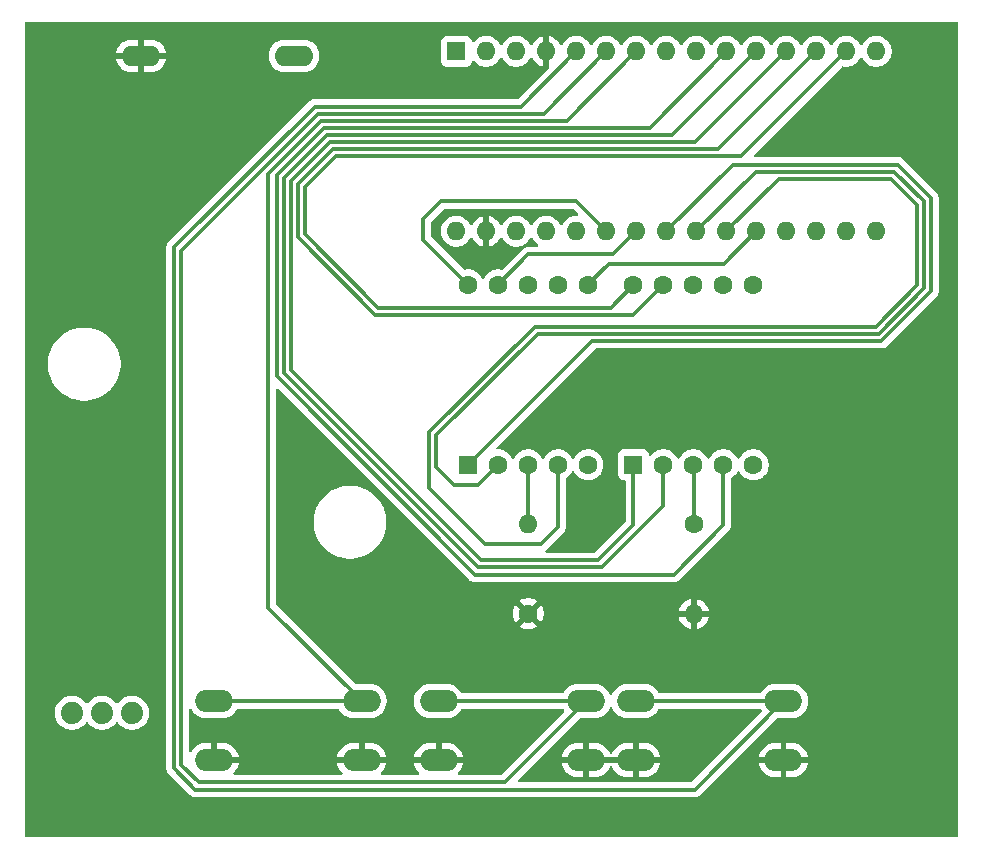
<source format=gbr>
%TF.GenerationSoftware,KiCad,Pcbnew,9.0.4*%
%TF.CreationDate,2025-11-18T21:20:37+01:00*%
%TF.ProjectId,Z_hler,5ae4686c-6572-42e6-9b69-6361645f7063,rev?*%
%TF.SameCoordinates,Original*%
%TF.FileFunction,Copper,L1,Top*%
%TF.FilePolarity,Positive*%
%FSLAX46Y46*%
G04 Gerber Fmt 4.6, Leading zero omitted, Abs format (unit mm)*
G04 Created by KiCad (PCBNEW 9.0.4) date 2025-11-18 21:20:37*
%MOMM*%
%LPD*%
G01*
G04 APERTURE LIST*
%TA.AperFunction,ComponentPad*%
%ADD10C,1.600000*%
%TD*%
%TA.AperFunction,ComponentPad*%
%ADD11O,1.600000X1.600000*%
%TD*%
%TA.AperFunction,ComponentPad*%
%ADD12C,1.879600*%
%TD*%
%TA.AperFunction,ComponentPad*%
%ADD13O,3.200000X1.900000*%
%TD*%
%TA.AperFunction,ComponentPad*%
%ADD14C,3.600000*%
%TD*%
%TA.AperFunction,ConnectorPad*%
%ADD15C,5.600000*%
%TD*%
%TA.AperFunction,ComponentPad*%
%ADD16R,1.600000X1.600000*%
%TD*%
%TA.AperFunction,ComponentPad*%
%ADD17O,3.300000X1.750000*%
%TD*%
%TA.AperFunction,Conductor*%
%ADD18C,0.300000*%
%TD*%
G04 APERTURE END LIST*
D10*
%TO.P,R2,1*%
%TO.N,Net-(R2-Pad1)*%
X107100000Y-93000000D03*
D11*
%TO.P,R2,2*%
%TO.N,GND*%
X107100000Y-100620000D03*
%TD*%
D10*
%TO.P,R1,1*%
%TO.N,GND*%
X93100000Y-100600000D03*
D11*
%TO.P,R1,2*%
%TO.N,Net-(R1-Pad2)*%
X93100000Y-92980000D03*
%TD*%
D12*
%TO.P,SW4,1,A*%
%TO.N,unconnected-(SW4-A-Pad1)*%
X59540000Y-109000000D03*
%TO.P,SW4,2,B*%
%TO.N,+9VMicro*%
X57000000Y-109000000D03*
%TO.P,SW4,3,C*%
%TO.N,+9V*%
X54460000Y-109000000D03*
%TD*%
D13*
%TO.P,SW3,1,1*%
%TO.N,GND*%
X79000000Y-113000000D03*
X66500000Y-113000000D03*
%TO.P,SW3,2,2*%
%TO.N,/D4*%
X79000000Y-108000000D03*
X66500000Y-108000000D03*
%TD*%
%TO.P,SW1,1,1*%
%TO.N,GND*%
X114700000Y-113000000D03*
X102200000Y-113000000D03*
%TO.P,SW1,2,2*%
%TO.N,/D2*%
X114700000Y-108000000D03*
X102200000Y-108000000D03*
%TD*%
D14*
%TO.P,H3,1,1*%
%TO.N,GND*%
X55000000Y-115000000D03*
D15*
X55000000Y-115000000D03*
%TD*%
D14*
%TO.P,H4,1,1*%
%TO.N,GND*%
X125000000Y-115000000D03*
D15*
X125000000Y-115000000D03*
%TD*%
D14*
%TO.P,H2,1,1*%
%TO.N,GND*%
X125000000Y-81000000D03*
D15*
X125000000Y-81000000D03*
%TD*%
D16*
%TO.P,U10,1,E*%
%TO.N,Net-(A1-SDA{slash}A4)*%
X88000000Y-88000000D03*
D10*
%TO.P,U10,2,D*%
%TO.N,Net-(A1-A3)*%
X90540000Y-88000000D03*
%TO.P,U10,3,CC*%
%TO.N,Net-(R1-Pad2)*%
X93080000Y-88000000D03*
%TO.P,U10,4,C*%
%TO.N,Net-(A1-A2)*%
X95620000Y-88000000D03*
%TO.P,U10,5,DP*%
%TO.N,unconnected-(U10-DP-Pad5)*%
X98160000Y-88000000D03*
%TO.P,U10,6,B*%
%TO.N,Net-(A1-A1)*%
X98160000Y-72760000D03*
%TO.P,U10,7,A*%
%TO.N,Net-(A1-A0)*%
X95620000Y-72760000D03*
%TO.P,U10,8,CC*%
%TO.N,unconnected-(U10-CC-Pad8)*%
X93080000Y-72760000D03*
%TO.P,U10,9,F*%
%TO.N,Net-(A1-SCL{slash}A5)*%
X90540000Y-72760000D03*
%TO.P,U10,10,G*%
%TO.N,Net-(A1-A6)*%
X88000000Y-72760000D03*
%TD*%
D16*
%TO.P,U1,1,E*%
%TO.N,/D9*%
X102000000Y-88000000D03*
D10*
%TO.P,U1,2,D*%
%TO.N,/D8*%
X104540000Y-88000000D03*
%TO.P,U1,3,CC*%
%TO.N,Net-(R2-Pad1)*%
X107080000Y-88000000D03*
%TO.P,U1,4,C*%
%TO.N,/D7*%
X109620000Y-88000000D03*
%TO.P,U1,5,DP*%
%TO.N,unconnected-(U1-DP-Pad5)*%
X112160000Y-88000000D03*
%TO.P,U1,6,B*%
%TO.N,/D6*%
X112160000Y-72760000D03*
%TO.P,U1,7,A*%
%TO.N,/D5*%
X109620000Y-72760000D03*
%TO.P,U1,8,CC*%
%TO.N,unconnected-(U1-CC-Pad8)*%
X107080000Y-72760000D03*
%TO.P,U1,9,F*%
%TO.N,/D10*%
X104540000Y-72760000D03*
%TO.P,U1,10,G*%
%TO.N,/D11*%
X102000000Y-72760000D03*
%TD*%
D13*
%TO.P,SW2,1,1*%
%TO.N,GND*%
X98000000Y-113000000D03*
X85500000Y-113000000D03*
%TO.P,SW2,2,2*%
%TO.N,/D3*%
X98000000Y-108000000D03*
X85500000Y-108000000D03*
%TD*%
D16*
%TO.P,A1,1,TX1*%
%TO.N,unconnected-(A1-TX1-Pad1)*%
X87000000Y-53000000D03*
D11*
%TO.P,A1,2,RX1*%
%TO.N,unconnected-(A1-RX1-Pad2)*%
X89540000Y-53000000D03*
%TO.P,A1,3,~{RESET}*%
%TO.N,unconnected-(A1-~{RESET}-Pad3)*%
X92080000Y-53000000D03*
%TO.P,A1,4,GND*%
%TO.N,GND*%
X94620000Y-53000000D03*
%TO.P,A1,5,D2*%
%TO.N,/D2*%
X97160000Y-53000000D03*
%TO.P,A1,6,D3*%
%TO.N,/D3*%
X99700000Y-53000000D03*
%TO.P,A1,7,D4*%
%TO.N,/D4*%
X102240000Y-53000000D03*
%TO.P,A1,8,D5*%
%TO.N,/D5*%
X104780000Y-53000000D03*
%TO.P,A1,9,D6*%
%TO.N,/D6*%
X107320000Y-53000000D03*
%TO.P,A1,10,D7*%
%TO.N,/D7*%
X109860000Y-53000000D03*
%TO.P,A1,11,D8*%
%TO.N,/D8*%
X112400000Y-53000000D03*
%TO.P,A1,12,D9*%
%TO.N,/D9*%
X114940000Y-53000000D03*
%TO.P,A1,13,D10*%
%TO.N,/D10*%
X117480000Y-53000000D03*
%TO.P,A1,14,MOSI*%
%TO.N,/D11*%
X120020000Y-53000000D03*
%TO.P,A1,15,MISO*%
%TO.N,unconnected-(A1-MISO-Pad15)*%
X122560000Y-53000000D03*
%TO.P,A1,16,SCK*%
%TO.N,unconnected-(A1-SCK-Pad16)*%
X122560000Y-68240000D03*
%TO.P,A1,17,3V3*%
%TO.N,unconnected-(A1-3V3-Pad17)*%
X120020000Y-68240000D03*
%TO.P,A1,18,AREF*%
%TO.N,unconnected-(A1-AREF-Pad18)*%
X117480000Y-68240000D03*
%TO.P,A1,19,A0*%
%TO.N,Net-(A1-A0)*%
X114940000Y-68240000D03*
%TO.P,A1,20,A1*%
%TO.N,Net-(A1-A1)*%
X112400000Y-68240000D03*
%TO.P,A1,21,A2*%
%TO.N,Net-(A1-A2)*%
X109860000Y-68240000D03*
%TO.P,A1,22,A3*%
%TO.N,Net-(A1-A3)*%
X107320000Y-68240000D03*
%TO.P,A1,23,SDA/A4*%
%TO.N,Net-(A1-SDA{slash}A4)*%
X104780000Y-68240000D03*
%TO.P,A1,24,SCL/A5*%
%TO.N,Net-(A1-SCL{slash}A5)*%
X102240000Y-68240000D03*
%TO.P,A1,25,A6*%
%TO.N,Net-(A1-A6)*%
X99700000Y-68240000D03*
%TO.P,A1,26,A7*%
%TO.N,unconnected-(A1-A7-Pad26)*%
X97160000Y-68240000D03*
%TO.P,A1,27,+5V*%
%TO.N,unconnected-(A1-+5V-Pad27)*%
X94620000Y-68240000D03*
%TO.P,A1,28,~{RESET}*%
%TO.N,unconnected-(A1-~{RESET}-Pad28)*%
X92080000Y-68240000D03*
%TO.P,A1,29,GND*%
%TO.N,GND*%
X89540000Y-68240000D03*
%TO.P,A1,30,VIN*%
%TO.N,+9VMicro*%
X87000000Y-68240000D03*
%TD*%
D17*
%TO.P,BAT1,NEG*%
%TO.N,GND*%
X60310000Y-53380000D03*
%TO.P,BAT1,POS*%
%TO.N,+9V*%
X73260000Y-53380000D03*
%TD*%
D18*
%TO.N,Net-(A1-SDA{slash}A4)*%
X127201000Y-73298884D02*
X127201000Y-65451058D01*
X122999884Y-77500000D02*
X123199884Y-77300000D01*
X98500000Y-77500000D02*
X122999884Y-77500000D01*
X123200000Y-77300000D02*
X127200000Y-73300000D01*
X88000000Y-88000000D02*
X98500000Y-77500000D01*
X110420000Y-62600000D02*
X104780000Y-68240000D01*
X127200000Y-73299884D02*
X127201000Y-73298884D01*
X127200000Y-73300000D02*
X127200000Y-73299884D01*
X123199884Y-77300000D02*
X123200000Y-77300000D01*
X124400000Y-62600000D02*
X110420000Y-62600000D01*
X127200000Y-65400000D02*
X124400000Y-62600000D01*
X127200000Y-65450058D02*
X127200000Y-65400000D01*
X127201000Y-65451058D02*
X127200000Y-65450058D01*
%TO.N,/D3*%
X98000000Y-108000000D02*
X85500000Y-108000000D01*
X75306348Y-58294000D02*
X63700000Y-69900348D01*
X94406000Y-58294000D02*
X75306348Y-58294000D01*
X91100000Y-114900000D02*
X98000000Y-108000000D01*
X99700000Y-53000000D02*
X94406000Y-58294000D01*
X63700000Y-69900348D02*
X63700000Y-113400000D01*
X63700000Y-113400000D02*
X65200000Y-114900000D01*
X65200000Y-114900000D02*
X91100000Y-114900000D01*
%TO.N,/D11*%
X74200000Y-68500000D02*
X74200000Y-64500000D01*
X111120000Y-61900000D02*
X120020000Y-53000000D01*
X100060000Y-74700000D02*
X80400000Y-74700000D01*
X80400000Y-74700000D02*
X74200000Y-68500000D01*
X76800000Y-61900000D02*
X111120000Y-61900000D01*
X102000000Y-72760000D02*
X100060000Y-74700000D01*
X74200000Y-64500000D02*
X76800000Y-61900000D01*
%TO.N,/D8*%
X105303000Y-60097000D02*
X76053174Y-60097000D01*
X72397000Y-63753174D02*
X72397000Y-80247058D01*
X76053174Y-60097000D02*
X72397000Y-63753174D01*
X99301000Y-96699000D02*
X104540000Y-91460000D01*
X104540000Y-91460000D02*
X104540000Y-88000000D01*
X112400000Y-53000000D02*
X105303000Y-60097000D01*
X72397000Y-80247058D02*
X88848942Y-96699000D01*
X88848942Y-96699000D02*
X99301000Y-96699000D01*
%TO.N,Net-(A1-A2)*%
X125999000Y-65999000D02*
X125999000Y-72801000D01*
X109860000Y-68240000D02*
X114298000Y-63802000D01*
X95620000Y-93280000D02*
X95620000Y-88000000D01*
X84700000Y-90000000D02*
X89400000Y-94700000D01*
X125999000Y-72801000D02*
X122502000Y-76298000D01*
X93652058Y-76298000D02*
X84700000Y-85250058D01*
X89400000Y-94700000D02*
X94200000Y-94700000D01*
X84700000Y-85250058D02*
X84700000Y-90000000D01*
X114298000Y-63802000D02*
X123802000Y-63802000D01*
X123802000Y-63802000D02*
X125999000Y-65999000D01*
X94200000Y-94700000D02*
X95620000Y-93280000D01*
X122502000Y-76298000D02*
X93652058Y-76298000D01*
%TO.N,/D7*%
X109620000Y-93080000D02*
X105400000Y-97300000D01*
X88600000Y-97300000D02*
X71796000Y-80496000D01*
X109620000Y-88000000D02*
X109620000Y-93080000D01*
X75804232Y-59496000D02*
X103364000Y-59496000D01*
X71796000Y-63504232D02*
X75804232Y-59496000D01*
X71796000Y-80496000D02*
X71796000Y-63504232D01*
X105400000Y-97300000D02*
X88600000Y-97300000D01*
X103364000Y-59496000D02*
X109860000Y-53000000D01*
%TO.N,/D2*%
X107200000Y-115500000D02*
X64900000Y-115500000D01*
X92467000Y-57693000D02*
X97160000Y-53000000D01*
X114700000Y-108000000D02*
X107200000Y-115500000D01*
X64900000Y-115500000D02*
X63100000Y-113700000D01*
X63100000Y-113700000D02*
X63100000Y-69600000D01*
X63100000Y-69600000D02*
X75007000Y-57693000D01*
X114700000Y-108000000D02*
X102200000Y-108000000D01*
X75007000Y-57693000D02*
X92467000Y-57693000D01*
%TO.N,/D10*%
X109181000Y-61299000D02*
X76551058Y-61299000D01*
X76551058Y-61299000D02*
X73599000Y-64251058D01*
X117480000Y-53000000D02*
X109181000Y-61299000D01*
X99499000Y-75301000D02*
X99500000Y-75300000D01*
X80151058Y-75301000D02*
X99499000Y-75301000D01*
X102000000Y-75300000D02*
X104540000Y-72760000D01*
X73599000Y-68748942D02*
X80151058Y-75301000D01*
X99500000Y-75300000D02*
X102000000Y-75300000D01*
X73599000Y-64251058D02*
X73599000Y-68748942D01*
%TO.N,Net-(A1-A1)*%
X98160000Y-72740000D02*
X99900000Y-71000000D01*
X99900000Y-71000000D02*
X109640000Y-71000000D01*
X98160000Y-72760000D02*
X98160000Y-72740000D01*
X109640000Y-71000000D02*
X112400000Y-68240000D01*
%TO.N,Net-(A1-SCL{slash}A5)*%
X100280000Y-70200000D02*
X102240000Y-68240000D01*
X93100000Y-70200000D02*
X100280000Y-70200000D01*
X90540000Y-72760000D02*
X93100000Y-70200000D01*
%TO.N,Net-(A1-A6)*%
X88000000Y-72760000D02*
X84200000Y-68960000D01*
X84200000Y-68960000D02*
X84200000Y-67200000D01*
X97160000Y-65700000D02*
X99700000Y-68240000D01*
X85700000Y-65700000D02*
X97160000Y-65700000D01*
X84200000Y-67200000D02*
X85700000Y-65700000D01*
%TO.N,Net-(A1-A3)*%
X85300000Y-85500000D02*
X85300000Y-88200000D01*
X126600000Y-73049942D02*
X122750942Y-76899000D01*
X88840000Y-89700000D02*
X90540000Y-88000000D01*
X112359000Y-63201000D02*
X124101000Y-63201000D01*
X93901000Y-76899000D02*
X85300000Y-85500000D01*
X86800000Y-89700000D02*
X88840000Y-89700000D01*
X107320000Y-68240000D02*
X112359000Y-63201000D01*
X122750942Y-76899000D02*
X93901000Y-76899000D01*
X126600000Y-65700000D02*
X126600000Y-73049942D01*
X85300000Y-88200000D02*
X86800000Y-89700000D01*
X124101000Y-63201000D02*
X126600000Y-65700000D01*
%TO.N,/D4*%
X96345000Y-58895000D02*
X75555290Y-58895000D01*
X79000000Y-108000000D02*
X66500000Y-108000000D01*
X102240000Y-53000000D02*
X96345000Y-58895000D01*
X75555290Y-58895000D02*
X71100000Y-63350290D01*
X71100000Y-63350290D02*
X71100000Y-100100000D01*
X71100000Y-100100000D02*
X79000000Y-108000000D01*
%TO.N,/D9*%
X99000000Y-96098000D02*
X89097884Y-96098000D01*
X102000000Y-88000000D02*
X102000000Y-93098000D01*
X102000000Y-93098000D02*
X99000000Y-96098000D01*
X107242000Y-60698000D02*
X114940000Y-53000000D01*
X72998000Y-79998116D02*
X72998000Y-64002116D01*
X89097884Y-96098000D02*
X72998000Y-79998116D01*
X76302116Y-60698000D02*
X107242000Y-60698000D01*
X72998000Y-64002116D02*
X76302116Y-60698000D01*
%TO.N,Net-(R1-Pad2)*%
X93080000Y-92960000D02*
X93100000Y-92980000D01*
X93080000Y-88000000D02*
X93080000Y-92960000D01*
%TO.N,Net-(R2-Pad1)*%
X107100000Y-93000000D02*
X107100000Y-88020000D01*
X107100000Y-88020000D02*
X107080000Y-88000000D01*
%TO.N,+9VMicro*%
X57100000Y-108600000D02*
X57300000Y-108800000D01*
X57060000Y-108600000D02*
X57100000Y-108600000D01*
%TD*%
%TA.AperFunction,Conductor*%
%TO.N,GND*%
G36*
X101574979Y-112810402D02*
G01*
X101550000Y-112935981D01*
X101550000Y-113064019D01*
X101574979Y-113189598D01*
X101599999Y-113250000D01*
X98600001Y-113250000D01*
X98625021Y-113189598D01*
X98650000Y-113064019D01*
X98650000Y-112935981D01*
X98625021Y-112810402D01*
X98600001Y-112750000D01*
X101599999Y-112750000D01*
X101574979Y-112810402D01*
G37*
%TD.AperFunction*%
%TA.AperFunction,Conductor*%
G36*
X100171445Y-108521000D02*
G01*
X100210484Y-108566053D01*
X100309421Y-108760228D01*
X100443621Y-108944937D01*
X100605063Y-109106379D01*
X100789772Y-109240579D01*
X100885884Y-109289550D01*
X100993196Y-109344229D01*
X100993198Y-109344229D01*
X100993201Y-109344231D01*
X101109592Y-109382049D01*
X101210339Y-109414784D01*
X101435838Y-109450500D01*
X101435843Y-109450500D01*
X102964162Y-109450500D01*
X103189660Y-109414784D01*
X103406799Y-109344231D01*
X103610228Y-109240579D01*
X103794937Y-109106379D01*
X103956379Y-108944937D01*
X104090579Y-108760228D01*
X104099213Y-108743282D01*
X104111992Y-108718204D01*
X104159966Y-108667409D01*
X104222476Y-108650500D01*
X112677524Y-108650500D01*
X112687589Y-108653455D01*
X112698006Y-108652203D01*
X112720539Y-108663130D01*
X112744563Y-108670185D01*
X112753099Y-108678921D01*
X112760873Y-108682691D01*
X112775538Y-108701884D01*
X112783363Y-108709892D01*
X112785846Y-108713961D01*
X112809421Y-108760228D01*
X112838635Y-108800437D01*
X112841231Y-108804690D01*
X112849056Y-108833818D01*
X112859190Y-108862219D01*
X112858028Y-108867214D01*
X112859359Y-108872167D01*
X112850194Y-108900899D01*
X112843364Y-108930273D01*
X112838990Y-108936029D01*
X112838128Y-108938733D01*
X112834922Y-108941383D01*
X112823073Y-108956979D01*
X106966873Y-114813181D01*
X106905550Y-114846666D01*
X106879192Y-114849500D01*
X92369808Y-114849500D01*
X92302769Y-114829815D01*
X92257014Y-114777011D01*
X92247070Y-114707853D01*
X92276095Y-114644297D01*
X92282127Y-114637819D01*
X94169946Y-112750000D01*
X95921522Y-112750000D01*
X97399999Y-112750000D01*
X97374979Y-112810402D01*
X97350000Y-112935981D01*
X97350000Y-113064019D01*
X97374979Y-113189598D01*
X97399999Y-113250000D01*
X95921522Y-113250000D01*
X95935704Y-113339544D01*
X96006230Y-113556604D01*
X96109849Y-113759966D01*
X96244004Y-113944614D01*
X96405385Y-114105995D01*
X96590033Y-114240150D01*
X96793395Y-114343769D01*
X97010455Y-114414295D01*
X97235884Y-114450000D01*
X97750000Y-114450000D01*
X97750000Y-113600001D01*
X97810402Y-113625021D01*
X97935981Y-113650000D01*
X98064019Y-113650000D01*
X98189598Y-113625021D01*
X98250000Y-113600001D01*
X98250000Y-114450000D01*
X98764116Y-114450000D01*
X98989544Y-114414295D01*
X99206604Y-114343769D01*
X99409966Y-114240150D01*
X99594614Y-114105995D01*
X99755995Y-113944614D01*
X99890150Y-113759966D01*
X99989515Y-113564954D01*
X100037490Y-113514158D01*
X100105311Y-113497363D01*
X100171446Y-113519901D01*
X100210485Y-113564954D01*
X100309849Y-113759966D01*
X100444004Y-113944614D01*
X100605385Y-114105995D01*
X100790033Y-114240150D01*
X100993395Y-114343769D01*
X101210455Y-114414295D01*
X101435884Y-114450000D01*
X101950000Y-114450000D01*
X101950000Y-113600001D01*
X102010402Y-113625021D01*
X102135981Y-113650000D01*
X102264019Y-113650000D01*
X102389598Y-113625021D01*
X102450000Y-113600001D01*
X102450000Y-114450000D01*
X102964116Y-114450000D01*
X103189544Y-114414295D01*
X103406604Y-114343769D01*
X103609966Y-114240150D01*
X103794614Y-114105995D01*
X103955995Y-113944614D01*
X104090150Y-113759966D01*
X104193769Y-113556604D01*
X104264295Y-113339544D01*
X104278478Y-113250000D01*
X102800001Y-113250000D01*
X102825021Y-113189598D01*
X102850000Y-113064019D01*
X102850000Y-112935981D01*
X102825021Y-112810402D01*
X102800001Y-112750000D01*
X104278478Y-112750000D01*
X104264295Y-112660455D01*
X104193769Y-112443395D01*
X104090150Y-112240033D01*
X103955995Y-112055385D01*
X103794614Y-111894004D01*
X103609966Y-111759849D01*
X103406604Y-111656230D01*
X103189544Y-111585704D01*
X102964116Y-111550000D01*
X102450000Y-111550000D01*
X102450000Y-112399998D01*
X102389598Y-112374979D01*
X102264019Y-112350000D01*
X102135981Y-112350000D01*
X102010402Y-112374979D01*
X101950000Y-112399998D01*
X101950000Y-111550000D01*
X101435884Y-111550000D01*
X101210455Y-111585704D01*
X100993395Y-111656230D01*
X100790033Y-111759849D01*
X100605385Y-111894004D01*
X100444004Y-112055385D01*
X100309849Y-112240033D01*
X100210485Y-112435045D01*
X100162510Y-112485841D01*
X100094689Y-112502636D01*
X100028554Y-112480098D01*
X99989515Y-112435045D01*
X99890150Y-112240033D01*
X99755995Y-112055385D01*
X99594614Y-111894004D01*
X99409966Y-111759849D01*
X99206604Y-111656230D01*
X98989544Y-111585704D01*
X98764116Y-111550000D01*
X98250000Y-111550000D01*
X98250000Y-112399998D01*
X98189598Y-112374979D01*
X98064019Y-112350000D01*
X97935981Y-112350000D01*
X97810402Y-112374979D01*
X97750000Y-112399998D01*
X97750000Y-111550000D01*
X97235884Y-111550000D01*
X97010455Y-111585704D01*
X96793395Y-111656230D01*
X96590033Y-111759849D01*
X96405385Y-111894004D01*
X96244004Y-112055385D01*
X96109849Y-112240033D01*
X96006230Y-112443395D01*
X95935704Y-112660455D01*
X95921522Y-112750000D01*
X94169946Y-112750000D01*
X97433127Y-109486819D01*
X97494450Y-109453334D01*
X97520808Y-109450500D01*
X98764162Y-109450500D01*
X98989660Y-109414784D01*
X99206799Y-109344231D01*
X99410228Y-109240579D01*
X99594937Y-109106379D01*
X99756379Y-108944937D01*
X99890579Y-108760228D01*
X99989515Y-108566053D01*
X100037489Y-108515258D01*
X100105310Y-108498463D01*
X100171445Y-108521000D01*
G37*
%TD.AperFunction*%
%TA.AperFunction,Conductor*%
G36*
X96906231Y-66370185D02*
G01*
X96926873Y-66386819D01*
X97267873Y-66727819D01*
X97301358Y-66789142D01*
X97296374Y-66858834D01*
X97254502Y-66914767D01*
X97189038Y-66939184D01*
X97180192Y-66939500D01*
X97057648Y-66939500D01*
X97033329Y-66943351D01*
X96855465Y-66971522D01*
X96660776Y-67034781D01*
X96478386Y-67127715D01*
X96312786Y-67248028D01*
X96168028Y-67392786D01*
X96047715Y-67558386D01*
X96000485Y-67651080D01*
X95952510Y-67701876D01*
X95884689Y-67718671D01*
X95818554Y-67696134D01*
X95779515Y-67651080D01*
X95732419Y-67558650D01*
X95732287Y-67558390D01*
X95724556Y-67547749D01*
X95611971Y-67392786D01*
X95467213Y-67248028D01*
X95301613Y-67127715D01*
X95301612Y-67127714D01*
X95301610Y-67127713D01*
X95244653Y-67098691D01*
X95119223Y-67034781D01*
X94924534Y-66971522D01*
X94749995Y-66943878D01*
X94722352Y-66939500D01*
X94517648Y-66939500D01*
X94493329Y-66943351D01*
X94315465Y-66971522D01*
X94120776Y-67034781D01*
X93938386Y-67127715D01*
X93772786Y-67248028D01*
X93628028Y-67392786D01*
X93507715Y-67558386D01*
X93460485Y-67651080D01*
X93412510Y-67701876D01*
X93344689Y-67718671D01*
X93278554Y-67696134D01*
X93239515Y-67651080D01*
X93192419Y-67558650D01*
X93192287Y-67558390D01*
X93184556Y-67547749D01*
X93071971Y-67392786D01*
X92927213Y-67248028D01*
X92761613Y-67127715D01*
X92761612Y-67127714D01*
X92761610Y-67127713D01*
X92704653Y-67098691D01*
X92579223Y-67034781D01*
X92384534Y-66971522D01*
X92209995Y-66943878D01*
X92182352Y-66939500D01*
X91977648Y-66939500D01*
X91953329Y-66943351D01*
X91775465Y-66971522D01*
X91580776Y-67034781D01*
X91398386Y-67127715D01*
X91232786Y-67248028D01*
X91088028Y-67392786D01*
X90967713Y-67558388D01*
X90920203Y-67651630D01*
X90872228Y-67702426D01*
X90804407Y-67719220D01*
X90738272Y-67696682D01*
X90699234Y-67651628D01*
X90651861Y-67558652D01*
X90531582Y-67393105D01*
X90531582Y-67393104D01*
X90386895Y-67248417D01*
X90221349Y-67128140D01*
X90039029Y-67035244D01*
X89844413Y-66972009D01*
X89790000Y-66963390D01*
X89790000Y-67806988D01*
X89732993Y-67774075D01*
X89605826Y-67740000D01*
X89474174Y-67740000D01*
X89347007Y-67774075D01*
X89290000Y-67806988D01*
X89290000Y-66963390D01*
X89235586Y-66972009D01*
X89040970Y-67035244D01*
X88858650Y-67128140D01*
X88693105Y-67248417D01*
X88693104Y-67248417D01*
X88548417Y-67393104D01*
X88548417Y-67393105D01*
X88428140Y-67558650D01*
X88380765Y-67651629D01*
X88332790Y-67702425D01*
X88264969Y-67719220D01*
X88198834Y-67696682D01*
X88159795Y-67651629D01*
X88112419Y-67558650D01*
X88112287Y-67558390D01*
X88104556Y-67547749D01*
X87991971Y-67392786D01*
X87847213Y-67248028D01*
X87681613Y-67127715D01*
X87681612Y-67127714D01*
X87681610Y-67127713D01*
X87624653Y-67098691D01*
X87499223Y-67034781D01*
X87304534Y-66971522D01*
X87129995Y-66943878D01*
X87102352Y-66939500D01*
X86897648Y-66939500D01*
X86873329Y-66943351D01*
X86695465Y-66971522D01*
X86500776Y-67034781D01*
X86318386Y-67127715D01*
X86152786Y-67248028D01*
X86008028Y-67392786D01*
X85887715Y-67558386D01*
X85794781Y-67740776D01*
X85731522Y-67935465D01*
X85699500Y-68137648D01*
X85699500Y-68342351D01*
X85731522Y-68544534D01*
X85794781Y-68739223D01*
X85887715Y-68921613D01*
X86008028Y-69087213D01*
X86152786Y-69231971D01*
X86281081Y-69325181D01*
X86318390Y-69352287D01*
X86427444Y-69407853D01*
X86500776Y-69445218D01*
X86500778Y-69445218D01*
X86500781Y-69445220D01*
X86598624Y-69477011D01*
X86695465Y-69508477D01*
X86796557Y-69524488D01*
X86897648Y-69540500D01*
X86897649Y-69540500D01*
X87102351Y-69540500D01*
X87102352Y-69540500D01*
X87304534Y-69508477D01*
X87499219Y-69445220D01*
X87681610Y-69352287D01*
X87788198Y-69274847D01*
X87847213Y-69231971D01*
X87847215Y-69231968D01*
X87847219Y-69231966D01*
X87991966Y-69087219D01*
X87991968Y-69087215D01*
X87991971Y-69087213D01*
X88112284Y-68921614D01*
X88112286Y-68921611D01*
X88112287Y-68921610D01*
X88159795Y-68828369D01*
X88207770Y-68777574D01*
X88275591Y-68760779D01*
X88341725Y-68783316D01*
X88380765Y-68828370D01*
X88428140Y-68921349D01*
X88548417Y-69086894D01*
X88548417Y-69086895D01*
X88693104Y-69231582D01*
X88858650Y-69351859D01*
X89040968Y-69444754D01*
X89235578Y-69507988D01*
X89290000Y-69516607D01*
X89290000Y-68673012D01*
X89347007Y-68705925D01*
X89474174Y-68740000D01*
X89605826Y-68740000D01*
X89732993Y-68705925D01*
X89790000Y-68673012D01*
X89790000Y-69516606D01*
X89844421Y-69507988D01*
X90039031Y-69444754D01*
X90221349Y-69351859D01*
X90386894Y-69231582D01*
X90386895Y-69231582D01*
X90531582Y-69086895D01*
X90531582Y-69086894D01*
X90651861Y-68921347D01*
X90699234Y-68828371D01*
X90747208Y-68777575D01*
X90815028Y-68760779D01*
X90881164Y-68783316D01*
X90920203Y-68828369D01*
X90967713Y-68921611D01*
X91088028Y-69087213D01*
X91232786Y-69231971D01*
X91361081Y-69325181D01*
X91398390Y-69352287D01*
X91507444Y-69407853D01*
X91580776Y-69445218D01*
X91580778Y-69445218D01*
X91580781Y-69445220D01*
X91678624Y-69477011D01*
X91775465Y-69508477D01*
X91876557Y-69524488D01*
X91977648Y-69540500D01*
X91977649Y-69540500D01*
X92182351Y-69540500D01*
X92182352Y-69540500D01*
X92384534Y-69508477D01*
X92579219Y-69445220D01*
X92761610Y-69352287D01*
X92868198Y-69274847D01*
X92927213Y-69231971D01*
X92927215Y-69231968D01*
X92927219Y-69231966D01*
X93071966Y-69087219D01*
X93071968Y-69087215D01*
X93071971Y-69087213D01*
X93192284Y-68921614D01*
X93192286Y-68921611D01*
X93192287Y-68921610D01*
X93239516Y-68828917D01*
X93287489Y-68778123D01*
X93355310Y-68761328D01*
X93421445Y-68783865D01*
X93460485Y-68828919D01*
X93507715Y-68921614D01*
X93628028Y-69087213D01*
X93628034Y-69087219D01*
X93772781Y-69231966D01*
X93901082Y-69325181D01*
X93943748Y-69380511D01*
X93949727Y-69450125D01*
X93917122Y-69511920D01*
X93856283Y-69546277D01*
X93828197Y-69549500D01*
X93035929Y-69549500D01*
X92910261Y-69574497D01*
X92910255Y-69574499D01*
X92823342Y-69610500D01*
X92791874Y-69623534D01*
X92685326Y-69694726D01*
X90927190Y-71452862D01*
X90865867Y-71486347D01*
X90820111Y-71487654D01*
X90674611Y-71464609D01*
X90642352Y-71459500D01*
X90437648Y-71459500D01*
X90413329Y-71463351D01*
X90235465Y-71491522D01*
X90040776Y-71554781D01*
X89858386Y-71647715D01*
X89692786Y-71768028D01*
X89548028Y-71912786D01*
X89427715Y-72078386D01*
X89380485Y-72171080D01*
X89332510Y-72221876D01*
X89264689Y-72238671D01*
X89198554Y-72216134D01*
X89159515Y-72171080D01*
X89158883Y-72169840D01*
X89112287Y-72078390D01*
X89104556Y-72067749D01*
X88991971Y-71912786D01*
X88847213Y-71768028D01*
X88681613Y-71647715D01*
X88681612Y-71647714D01*
X88681610Y-71647713D01*
X88624653Y-71618691D01*
X88499223Y-71554781D01*
X88304534Y-71491522D01*
X88129995Y-71463878D01*
X88102352Y-71459500D01*
X87897648Y-71459500D01*
X87719886Y-71487654D01*
X87650593Y-71478699D01*
X87612808Y-71452862D01*
X84886819Y-68726873D01*
X84853334Y-68665550D01*
X84850500Y-68639192D01*
X84850500Y-67520808D01*
X84870185Y-67453769D01*
X84886819Y-67433127D01*
X85933127Y-66386819D01*
X85994450Y-66353334D01*
X86020808Y-66350500D01*
X96839192Y-66350500D01*
X96906231Y-66370185D01*
G37*
%TD.AperFunction*%
%TA.AperFunction,Conductor*%
G36*
X129442539Y-50520185D02*
G01*
X129488294Y-50572989D01*
X129499500Y-50624500D01*
X129499500Y-119375500D01*
X129479815Y-119442539D01*
X129427011Y-119488294D01*
X129375500Y-119499500D01*
X50624500Y-119499500D01*
X50557461Y-119479815D01*
X50511706Y-119427011D01*
X50500500Y-119375500D01*
X50500500Y-113764071D01*
X62449499Y-113764071D01*
X62474497Y-113889738D01*
X62474499Y-113889744D01*
X62523535Y-114008127D01*
X62590169Y-114107853D01*
X62594726Y-114114673D01*
X64485324Y-116005271D01*
X64485331Y-116005277D01*
X64591871Y-116076464D01*
X64591870Y-116076464D01*
X64626544Y-116090826D01*
X64710256Y-116125501D01*
X64710260Y-116125501D01*
X64710261Y-116125502D01*
X64835928Y-116150500D01*
X64835931Y-116150500D01*
X107264071Y-116150500D01*
X107348615Y-116133682D01*
X107389744Y-116125501D01*
X107508127Y-116076465D01*
X107614669Y-116005277D01*
X110869946Y-112750000D01*
X112621522Y-112750000D01*
X114099999Y-112750000D01*
X114074979Y-112810402D01*
X114050000Y-112935981D01*
X114050000Y-113064019D01*
X114074979Y-113189598D01*
X114099999Y-113250000D01*
X112621522Y-113250000D01*
X112635704Y-113339544D01*
X112706230Y-113556604D01*
X112809849Y-113759966D01*
X112944004Y-113944614D01*
X113105385Y-114105995D01*
X113290033Y-114240150D01*
X113493395Y-114343769D01*
X113710455Y-114414295D01*
X113935884Y-114450000D01*
X114450000Y-114450000D01*
X114450000Y-113600001D01*
X114510402Y-113625021D01*
X114635981Y-113650000D01*
X114764019Y-113650000D01*
X114889598Y-113625021D01*
X114950000Y-113600001D01*
X114950000Y-114450000D01*
X115464116Y-114450000D01*
X115689544Y-114414295D01*
X115906604Y-114343769D01*
X116109966Y-114240150D01*
X116294614Y-114105995D01*
X116455995Y-113944614D01*
X116590150Y-113759966D01*
X116693769Y-113556604D01*
X116764295Y-113339544D01*
X116778478Y-113250000D01*
X115300001Y-113250000D01*
X115325021Y-113189598D01*
X115350000Y-113064019D01*
X115350000Y-112935981D01*
X115325021Y-112810402D01*
X115300001Y-112750000D01*
X116778478Y-112750000D01*
X116764295Y-112660455D01*
X116693769Y-112443395D01*
X116590150Y-112240033D01*
X116455995Y-112055385D01*
X116294614Y-111894004D01*
X116109966Y-111759849D01*
X115906604Y-111656230D01*
X115689544Y-111585704D01*
X115464116Y-111550000D01*
X114950000Y-111550000D01*
X114950000Y-112399998D01*
X114889598Y-112374979D01*
X114764019Y-112350000D01*
X114635981Y-112350000D01*
X114510402Y-112374979D01*
X114450000Y-112399998D01*
X114450000Y-111550000D01*
X113935884Y-111550000D01*
X113710455Y-111585704D01*
X113493395Y-111656230D01*
X113290033Y-111759849D01*
X113105385Y-111894004D01*
X112944004Y-112055385D01*
X112809849Y-112240033D01*
X112706230Y-112443395D01*
X112635704Y-112660455D01*
X112621522Y-112750000D01*
X110869946Y-112750000D01*
X114133127Y-109486819D01*
X114194450Y-109453334D01*
X114220808Y-109450500D01*
X115464162Y-109450500D01*
X115689660Y-109414784D01*
X115906799Y-109344231D01*
X116110228Y-109240579D01*
X116294937Y-109106379D01*
X116456379Y-108944937D01*
X116590579Y-108760228D01*
X116694231Y-108556799D01*
X116764784Y-108339660D01*
X116779759Y-108245114D01*
X116800500Y-108114162D01*
X116800500Y-107885837D01*
X116764784Y-107660339D01*
X116707728Y-107484741D01*
X116694231Y-107443201D01*
X116694229Y-107443198D01*
X116694229Y-107443196D01*
X116611991Y-107281796D01*
X116590579Y-107239772D01*
X116456379Y-107055063D01*
X116294937Y-106893621D01*
X116110228Y-106759421D01*
X115906803Y-106655770D01*
X115689660Y-106585215D01*
X115464162Y-106549500D01*
X115464157Y-106549500D01*
X113935843Y-106549500D01*
X113935838Y-106549500D01*
X113710339Y-106585215D01*
X113493196Y-106655770D01*
X113289771Y-106759421D01*
X113105061Y-106893622D01*
X112943622Y-107055061D01*
X112809419Y-107239774D01*
X112788008Y-107281796D01*
X112740034Y-107332591D01*
X112677524Y-107349500D01*
X104222476Y-107349500D01*
X104155437Y-107329815D01*
X104111992Y-107281796D01*
X104090580Y-107239774D01*
X104090578Y-107239771D01*
X103956379Y-107055063D01*
X103794937Y-106893621D01*
X103610228Y-106759421D01*
X103406803Y-106655770D01*
X103189660Y-106585215D01*
X102964162Y-106549500D01*
X102964157Y-106549500D01*
X101435843Y-106549500D01*
X101435838Y-106549500D01*
X101210339Y-106585215D01*
X100993196Y-106655770D01*
X100789771Y-106759421D01*
X100605061Y-106893622D01*
X100443622Y-107055061D01*
X100309421Y-107239771D01*
X100210485Y-107433945D01*
X100162510Y-107484741D01*
X100094689Y-107501536D01*
X100028555Y-107478999D01*
X99989515Y-107433945D01*
X99941984Y-107340661D01*
X99890579Y-107239772D01*
X99756379Y-107055063D01*
X99594937Y-106893621D01*
X99410228Y-106759421D01*
X99206803Y-106655770D01*
X98989660Y-106585215D01*
X98764162Y-106549500D01*
X98764157Y-106549500D01*
X97235843Y-106549500D01*
X97235838Y-106549500D01*
X97010339Y-106585215D01*
X96793196Y-106655770D01*
X96589771Y-106759421D01*
X96405061Y-106893622D01*
X96243622Y-107055061D01*
X96109419Y-107239774D01*
X96088008Y-107281796D01*
X96040034Y-107332591D01*
X95977524Y-107349500D01*
X87522476Y-107349500D01*
X87455437Y-107329815D01*
X87411992Y-107281796D01*
X87390580Y-107239774D01*
X87390578Y-107239771D01*
X87256379Y-107055063D01*
X87094937Y-106893621D01*
X86910228Y-106759421D01*
X86706803Y-106655770D01*
X86489660Y-106585215D01*
X86264162Y-106549500D01*
X86264157Y-106549500D01*
X84735843Y-106549500D01*
X84735838Y-106549500D01*
X84510339Y-106585215D01*
X84293196Y-106655770D01*
X84089771Y-106759421D01*
X83905061Y-106893622D01*
X83743622Y-107055061D01*
X83609421Y-107239771D01*
X83505770Y-107443196D01*
X83435215Y-107660339D01*
X83399500Y-107885837D01*
X83399500Y-108114162D01*
X83435215Y-108339660D01*
X83505770Y-108556803D01*
X83588009Y-108718204D01*
X83609421Y-108760228D01*
X83743621Y-108944937D01*
X83905063Y-109106379D01*
X84089772Y-109240579D01*
X84185884Y-109289550D01*
X84293196Y-109344229D01*
X84293198Y-109344229D01*
X84293201Y-109344231D01*
X84409592Y-109382049D01*
X84510339Y-109414784D01*
X84735838Y-109450500D01*
X84735843Y-109450500D01*
X86264162Y-109450500D01*
X86489660Y-109414784D01*
X86706799Y-109344231D01*
X86910228Y-109240579D01*
X87094937Y-109106379D01*
X87256379Y-108944937D01*
X87390579Y-108760228D01*
X87399213Y-108743282D01*
X87411992Y-108718204D01*
X87459966Y-108667409D01*
X87522476Y-108650500D01*
X95977524Y-108650500D01*
X95987589Y-108653455D01*
X95998006Y-108652203D01*
X96020539Y-108663130D01*
X96044563Y-108670185D01*
X96053099Y-108678921D01*
X96060873Y-108682691D01*
X96075538Y-108701884D01*
X96083363Y-108709892D01*
X96085846Y-108713961D01*
X96109421Y-108760228D01*
X96138635Y-108800437D01*
X96141231Y-108804690D01*
X96149056Y-108833818D01*
X96159190Y-108862219D01*
X96158028Y-108867214D01*
X96159359Y-108872167D01*
X96150194Y-108900899D01*
X96143364Y-108930273D01*
X96138990Y-108936029D01*
X96138128Y-108938733D01*
X96134922Y-108941383D01*
X96123073Y-108956979D01*
X90866873Y-114213181D01*
X90805550Y-114246666D01*
X90779192Y-114249500D01*
X87250472Y-114249500D01*
X87183433Y-114229815D01*
X87137678Y-114177011D01*
X87127734Y-114107853D01*
X87156759Y-114044297D01*
X87162791Y-114037819D01*
X87255995Y-113944614D01*
X87390150Y-113759966D01*
X87493769Y-113556604D01*
X87564295Y-113339544D01*
X87578478Y-113250000D01*
X86100001Y-113250000D01*
X86125021Y-113189598D01*
X86150000Y-113064019D01*
X86150000Y-112935981D01*
X86125021Y-112810402D01*
X86100001Y-112750000D01*
X87578478Y-112750000D01*
X87564295Y-112660455D01*
X87493769Y-112443395D01*
X87390150Y-112240033D01*
X87255995Y-112055385D01*
X87094614Y-111894004D01*
X86909966Y-111759849D01*
X86706604Y-111656230D01*
X86489544Y-111585704D01*
X86264116Y-111550000D01*
X85750000Y-111550000D01*
X85750000Y-112399998D01*
X85689598Y-112374979D01*
X85564019Y-112350000D01*
X85435981Y-112350000D01*
X85310402Y-112374979D01*
X85250000Y-112399998D01*
X85250000Y-111550000D01*
X84735884Y-111550000D01*
X84510455Y-111585704D01*
X84293395Y-111656230D01*
X84090033Y-111759849D01*
X83905385Y-111894004D01*
X83744004Y-112055385D01*
X83609849Y-112240033D01*
X83506230Y-112443395D01*
X83435704Y-112660455D01*
X83421522Y-112750000D01*
X84899999Y-112750000D01*
X84874979Y-112810402D01*
X84850000Y-112935981D01*
X84850000Y-113064019D01*
X84874979Y-113189598D01*
X84899999Y-113250000D01*
X83421522Y-113250000D01*
X83435704Y-113339544D01*
X83506230Y-113556604D01*
X83609849Y-113759966D01*
X83744004Y-113944614D01*
X83837209Y-114037819D01*
X83870694Y-114099142D01*
X83865710Y-114168834D01*
X83823838Y-114224767D01*
X83758374Y-114249184D01*
X83749528Y-114249500D01*
X80750472Y-114249500D01*
X80683433Y-114229815D01*
X80637678Y-114177011D01*
X80627734Y-114107853D01*
X80656759Y-114044297D01*
X80662791Y-114037819D01*
X80755995Y-113944614D01*
X80890150Y-113759966D01*
X80993769Y-113556604D01*
X81064295Y-113339544D01*
X81078478Y-113250000D01*
X79600001Y-113250000D01*
X79625021Y-113189598D01*
X79650000Y-113064019D01*
X79650000Y-112935981D01*
X79625021Y-112810402D01*
X79600001Y-112750000D01*
X81078478Y-112750000D01*
X81064295Y-112660455D01*
X80993769Y-112443395D01*
X80890150Y-112240033D01*
X80755995Y-112055385D01*
X80594614Y-111894004D01*
X80409966Y-111759849D01*
X80206604Y-111656230D01*
X79989544Y-111585704D01*
X79764116Y-111550000D01*
X79250000Y-111550000D01*
X79250000Y-112399998D01*
X79189598Y-112374979D01*
X79064019Y-112350000D01*
X78935981Y-112350000D01*
X78810402Y-112374979D01*
X78750000Y-112399998D01*
X78750000Y-111550000D01*
X78235884Y-111550000D01*
X78010455Y-111585704D01*
X77793395Y-111656230D01*
X77590033Y-111759849D01*
X77405385Y-111894004D01*
X77244004Y-112055385D01*
X77109849Y-112240033D01*
X77006230Y-112443395D01*
X76935704Y-112660455D01*
X76921522Y-112750000D01*
X78399999Y-112750000D01*
X78374979Y-112810402D01*
X78350000Y-112935981D01*
X78350000Y-113064019D01*
X78374979Y-113189598D01*
X78399999Y-113250000D01*
X76921522Y-113250000D01*
X76935704Y-113339544D01*
X77006230Y-113556604D01*
X77109849Y-113759966D01*
X77244004Y-113944614D01*
X77337209Y-114037819D01*
X77370694Y-114099142D01*
X77365710Y-114168834D01*
X77323838Y-114224767D01*
X77258374Y-114249184D01*
X77249528Y-114249500D01*
X68250472Y-114249500D01*
X68183433Y-114229815D01*
X68137678Y-114177011D01*
X68127734Y-114107853D01*
X68156759Y-114044297D01*
X68162791Y-114037819D01*
X68255995Y-113944614D01*
X68390150Y-113759966D01*
X68493769Y-113556604D01*
X68564295Y-113339544D01*
X68578478Y-113250000D01*
X67100001Y-113250000D01*
X67125021Y-113189598D01*
X67150000Y-113064019D01*
X67150000Y-112935981D01*
X67125021Y-112810402D01*
X67100001Y-112750000D01*
X68578478Y-112750000D01*
X68564295Y-112660455D01*
X68493769Y-112443395D01*
X68390150Y-112240033D01*
X68255995Y-112055385D01*
X68094614Y-111894004D01*
X67909966Y-111759849D01*
X67706604Y-111656230D01*
X67489544Y-111585704D01*
X67264116Y-111550000D01*
X66750000Y-111550000D01*
X66750000Y-112399998D01*
X66689598Y-112374979D01*
X66564019Y-112350000D01*
X66435981Y-112350000D01*
X66310402Y-112374979D01*
X66250000Y-112399998D01*
X66250000Y-111550000D01*
X65735884Y-111550000D01*
X65510455Y-111585704D01*
X65293395Y-111656230D01*
X65090033Y-111759849D01*
X64905385Y-111894004D01*
X64744004Y-112055385D01*
X64609849Y-112240033D01*
X64584985Y-112288832D01*
X64537010Y-112339628D01*
X64469189Y-112356423D01*
X64403054Y-112333885D01*
X64359603Y-112279170D01*
X64350500Y-112232537D01*
X64350500Y-108768564D01*
X64370185Y-108701525D01*
X64422989Y-108655770D01*
X64492147Y-108645826D01*
X64555703Y-108674851D01*
X64584984Y-108712268D01*
X64609421Y-108760228D01*
X64743621Y-108944937D01*
X64905063Y-109106379D01*
X65089772Y-109240579D01*
X65185884Y-109289550D01*
X65293196Y-109344229D01*
X65293198Y-109344229D01*
X65293201Y-109344231D01*
X65409592Y-109382049D01*
X65510339Y-109414784D01*
X65735838Y-109450500D01*
X65735843Y-109450500D01*
X67264162Y-109450500D01*
X67489660Y-109414784D01*
X67706799Y-109344231D01*
X67910228Y-109240579D01*
X68094937Y-109106379D01*
X68256379Y-108944937D01*
X68390579Y-108760228D01*
X68399213Y-108743282D01*
X68411992Y-108718204D01*
X68459966Y-108667409D01*
X68522476Y-108650500D01*
X76977524Y-108650500D01*
X77044563Y-108670185D01*
X77088008Y-108718204D01*
X77109419Y-108760225D01*
X77109421Y-108760228D01*
X77243621Y-108944937D01*
X77405063Y-109106379D01*
X77589772Y-109240579D01*
X77685884Y-109289550D01*
X77793196Y-109344229D01*
X77793198Y-109344229D01*
X77793201Y-109344231D01*
X77909592Y-109382049D01*
X78010339Y-109414784D01*
X78235838Y-109450500D01*
X78235843Y-109450500D01*
X79764162Y-109450500D01*
X79989660Y-109414784D01*
X80206799Y-109344231D01*
X80410228Y-109240579D01*
X80594937Y-109106379D01*
X80756379Y-108944937D01*
X80890579Y-108760228D01*
X80994231Y-108556799D01*
X81064784Y-108339660D01*
X81079759Y-108245114D01*
X81100500Y-108114162D01*
X81100500Y-107885837D01*
X81064784Y-107660339D01*
X81007728Y-107484741D01*
X80994231Y-107443201D01*
X80994229Y-107443198D01*
X80994229Y-107443196D01*
X80911991Y-107281796D01*
X80890579Y-107239772D01*
X80756379Y-107055063D01*
X80594937Y-106893621D01*
X80410228Y-106759421D01*
X80206803Y-106655770D01*
X79989660Y-106585215D01*
X79764162Y-106549500D01*
X79764157Y-106549500D01*
X78520807Y-106549500D01*
X78453768Y-106529815D01*
X78433126Y-106513181D01*
X73639842Y-101719896D01*
X72417628Y-100497682D01*
X91800000Y-100497682D01*
X91800000Y-100702317D01*
X91832009Y-100904417D01*
X91895244Y-101099031D01*
X91988141Y-101281350D01*
X91988147Y-101281359D01*
X92020523Y-101325921D01*
X92020524Y-101325922D01*
X92700000Y-100646446D01*
X92700000Y-100652661D01*
X92727259Y-100754394D01*
X92779920Y-100845606D01*
X92854394Y-100920080D01*
X92945606Y-100972741D01*
X93047339Y-101000000D01*
X93053553Y-101000000D01*
X92374076Y-101679474D01*
X92418650Y-101711859D01*
X92600968Y-101804755D01*
X92795582Y-101867990D01*
X92997683Y-101900000D01*
X93202317Y-101900000D01*
X93404417Y-101867990D01*
X93599031Y-101804755D01*
X93781349Y-101711859D01*
X93825921Y-101679474D01*
X93146447Y-101000000D01*
X93152661Y-101000000D01*
X93254394Y-100972741D01*
X93345606Y-100920080D01*
X93420080Y-100845606D01*
X93472741Y-100754394D01*
X93500000Y-100652661D01*
X93500000Y-100646448D01*
X94179474Y-101325922D01*
X94179474Y-101325921D01*
X94211859Y-101281349D01*
X94304755Y-101099031D01*
X94367990Y-100904417D01*
X94382384Y-100813539D01*
X94400000Y-100702317D01*
X94400000Y-100497683D01*
X94388719Y-100426462D01*
X94388719Y-100426461D01*
X94379776Y-100370000D01*
X105823391Y-100370000D01*
X106784314Y-100370000D01*
X106779920Y-100374394D01*
X106727259Y-100465606D01*
X106700000Y-100567339D01*
X106700000Y-100672661D01*
X106727259Y-100774394D01*
X106779920Y-100865606D01*
X106784314Y-100870000D01*
X105823391Y-100870000D01*
X105832009Y-100924413D01*
X105895244Y-101119029D01*
X105988140Y-101301349D01*
X106108417Y-101466894D01*
X106108417Y-101466895D01*
X106253104Y-101611582D01*
X106418650Y-101731859D01*
X106600968Y-101824754D01*
X106795578Y-101887988D01*
X106850000Y-101896607D01*
X106850000Y-100935686D01*
X106854394Y-100940080D01*
X106945606Y-100992741D01*
X107047339Y-101020000D01*
X107152661Y-101020000D01*
X107254394Y-100992741D01*
X107345606Y-100940080D01*
X107350000Y-100935686D01*
X107350000Y-101896606D01*
X107404421Y-101887988D01*
X107599031Y-101824754D01*
X107781349Y-101731859D01*
X107946894Y-101611582D01*
X107946895Y-101611582D01*
X108091582Y-101466895D01*
X108091582Y-101466894D01*
X108211859Y-101301349D01*
X108304755Y-101119029D01*
X108367990Y-100924413D01*
X108376609Y-100870000D01*
X107415686Y-100870000D01*
X107420080Y-100865606D01*
X107472741Y-100774394D01*
X107500000Y-100672661D01*
X107500000Y-100567339D01*
X107472741Y-100465606D01*
X107420080Y-100374394D01*
X107415686Y-100370000D01*
X108376609Y-100370000D01*
X108367990Y-100315586D01*
X108304755Y-100120970D01*
X108211859Y-99938650D01*
X108091582Y-99773105D01*
X108091582Y-99773104D01*
X107946895Y-99628417D01*
X107781349Y-99508140D01*
X107599029Y-99415244D01*
X107404413Y-99352009D01*
X107350000Y-99343390D01*
X107350000Y-100304314D01*
X107345606Y-100299920D01*
X107254394Y-100247259D01*
X107152661Y-100220000D01*
X107047339Y-100220000D01*
X106945606Y-100247259D01*
X106854394Y-100299920D01*
X106850000Y-100304314D01*
X106850000Y-99343390D01*
X106795586Y-99352009D01*
X106600970Y-99415244D01*
X106418650Y-99508140D01*
X106253105Y-99628417D01*
X106253104Y-99628417D01*
X106108417Y-99773104D01*
X106108417Y-99773105D01*
X105988140Y-99938650D01*
X105895244Y-100120970D01*
X105832009Y-100315586D01*
X105823391Y-100370000D01*
X94379776Y-100370000D01*
X94367989Y-100295582D01*
X94304755Y-100100968D01*
X94211859Y-99918650D01*
X94179474Y-99874077D01*
X94179474Y-99874076D01*
X93500000Y-100553551D01*
X93500000Y-100547339D01*
X93472741Y-100445606D01*
X93420080Y-100354394D01*
X93345606Y-100279920D01*
X93254394Y-100227259D01*
X93152661Y-100200000D01*
X93146446Y-100200000D01*
X93825922Y-99520524D01*
X93825921Y-99520523D01*
X93781359Y-99488147D01*
X93781350Y-99488141D01*
X93599031Y-99395244D01*
X93404417Y-99332009D01*
X93202317Y-99300000D01*
X92997683Y-99300000D01*
X92795582Y-99332009D01*
X92600968Y-99395244D01*
X92418644Y-99488143D01*
X92374077Y-99520523D01*
X92374077Y-99520524D01*
X93053554Y-100200000D01*
X93047339Y-100200000D01*
X92945606Y-100227259D01*
X92854394Y-100279920D01*
X92779920Y-100354394D01*
X92727259Y-100445606D01*
X92700000Y-100547339D01*
X92700000Y-100553553D01*
X92020524Y-99874077D01*
X92020523Y-99874077D01*
X91988143Y-99918644D01*
X91895244Y-100100968D01*
X91832009Y-100295582D01*
X91800000Y-100497682D01*
X72417628Y-100497682D01*
X71786819Y-99866873D01*
X71772115Y-99839945D01*
X71755523Y-99814127D01*
X71754631Y-99807926D01*
X71753334Y-99805550D01*
X71750500Y-99779192D01*
X71750500Y-92696717D01*
X74914500Y-92696717D01*
X74914500Y-93043282D01*
X74953300Y-93387642D01*
X74953301Y-93387651D01*
X74953302Y-93387655D01*
X74964676Y-93437488D01*
X75030418Y-93725525D01*
X75030421Y-93725533D01*
X75144879Y-94052633D01*
X75295241Y-94364863D01*
X75295243Y-94364866D01*
X75479622Y-94658304D01*
X75695696Y-94929252D01*
X75940748Y-95174304D01*
X76211696Y-95390378D01*
X76505134Y-95574757D01*
X76817370Y-95725122D01*
X77063038Y-95811085D01*
X77144466Y-95839578D01*
X77144474Y-95839581D01*
X77144477Y-95839581D01*
X77144478Y-95839582D01*
X77482345Y-95916698D01*
X77826718Y-95955499D01*
X77826719Y-95955500D01*
X77826722Y-95955500D01*
X78173281Y-95955500D01*
X78173281Y-95955499D01*
X78517655Y-95916698D01*
X78855522Y-95839582D01*
X79182630Y-95725122D01*
X79494866Y-95574757D01*
X79788304Y-95390378D01*
X80059252Y-95174304D01*
X80304304Y-94929252D01*
X80520378Y-94658304D01*
X80704757Y-94364866D01*
X80855122Y-94052630D01*
X80969582Y-93725522D01*
X81046698Y-93387655D01*
X81085500Y-93043278D01*
X81085500Y-92696722D01*
X81046698Y-92352345D01*
X80969582Y-92014478D01*
X80967326Y-92008032D01*
X80919678Y-91871861D01*
X80855122Y-91687370D01*
X80704757Y-91375134D01*
X80520378Y-91081696D01*
X80304304Y-90810748D01*
X80059252Y-90565696D01*
X79788304Y-90349622D01*
X79558578Y-90205276D01*
X79494863Y-90165241D01*
X79182633Y-90014879D01*
X78855533Y-89900421D01*
X78855525Y-89900418D01*
X78548350Y-89830308D01*
X78517655Y-89823302D01*
X78517651Y-89823301D01*
X78517642Y-89823300D01*
X78173282Y-89784500D01*
X78173278Y-89784500D01*
X77826722Y-89784500D01*
X77826717Y-89784500D01*
X77482357Y-89823300D01*
X77482345Y-89823302D01*
X77144474Y-89900418D01*
X77144466Y-89900421D01*
X76817366Y-90014879D01*
X76505136Y-90165241D01*
X76211697Y-90349621D01*
X75940748Y-90565695D01*
X75695695Y-90810748D01*
X75479621Y-91081697D01*
X75295241Y-91375136D01*
X75144879Y-91687366D01*
X75030421Y-92014466D01*
X75030418Y-92014474D01*
X74953302Y-92352345D01*
X74953300Y-92352357D01*
X74914500Y-92696717D01*
X71750500Y-92696717D01*
X71750500Y-81669808D01*
X71770185Y-81602769D01*
X71822989Y-81557014D01*
X71892147Y-81547070D01*
X71955703Y-81576095D01*
X71962181Y-81582127D01*
X88185325Y-97805272D01*
X88185326Y-97805273D01*
X88185329Y-97805275D01*
X88185331Y-97805277D01*
X88291873Y-97876465D01*
X88410256Y-97925501D01*
X88410260Y-97925501D01*
X88410261Y-97925502D01*
X88535928Y-97950500D01*
X88535931Y-97950500D01*
X105464071Y-97950500D01*
X105548615Y-97933682D01*
X105589744Y-97925501D01*
X105708127Y-97876465D01*
X105814669Y-97805277D01*
X110125276Y-93494670D01*
X110185857Y-93404003D01*
X110196464Y-93388129D01*
X110196465Y-93388127D01*
X110245501Y-93269744D01*
X110259104Y-93201357D01*
X110261414Y-93189746D01*
X110261414Y-93189743D01*
X110270500Y-93144069D01*
X110270500Y-89198070D01*
X110290185Y-89131031D01*
X110321613Y-89097753D01*
X110467219Y-88991966D01*
X110611966Y-88847219D01*
X110611968Y-88847215D01*
X110611971Y-88847213D01*
X110732284Y-88681614D01*
X110732285Y-88681613D01*
X110732287Y-88681610D01*
X110779516Y-88588917D01*
X110827489Y-88538123D01*
X110895310Y-88521328D01*
X110961445Y-88543865D01*
X111000485Y-88588919D01*
X111047715Y-88681614D01*
X111168028Y-88847213D01*
X111312786Y-88991971D01*
X111458383Y-89097751D01*
X111478390Y-89112287D01*
X111558453Y-89153081D01*
X111660776Y-89205218D01*
X111660778Y-89205218D01*
X111660781Y-89205220D01*
X111765137Y-89239127D01*
X111855465Y-89268477D01*
X111956557Y-89284488D01*
X112057648Y-89300500D01*
X112057649Y-89300500D01*
X112262351Y-89300500D01*
X112262352Y-89300500D01*
X112464534Y-89268477D01*
X112659219Y-89205220D01*
X112841610Y-89112287D01*
X112937901Y-89042328D01*
X113007213Y-88991971D01*
X113007215Y-88991968D01*
X113007219Y-88991966D01*
X113151966Y-88847219D01*
X113151968Y-88847215D01*
X113151971Y-88847213D01*
X113212670Y-88763666D01*
X113272287Y-88681610D01*
X113365220Y-88499219D01*
X113428477Y-88304534D01*
X113460500Y-88102352D01*
X113460500Y-87897648D01*
X113428477Y-87695466D01*
X113365220Y-87500781D01*
X113365218Y-87500778D01*
X113365218Y-87500776D01*
X113319515Y-87411080D01*
X113272287Y-87318390D01*
X113264556Y-87307749D01*
X113151971Y-87152786D01*
X113007213Y-87008028D01*
X112841613Y-86887715D01*
X112841612Y-86887714D01*
X112841610Y-86887713D01*
X112784653Y-86858691D01*
X112659223Y-86794781D01*
X112464534Y-86731522D01*
X112289995Y-86703878D01*
X112262352Y-86699500D01*
X112057648Y-86699500D01*
X112033329Y-86703351D01*
X111855465Y-86731522D01*
X111660776Y-86794781D01*
X111478386Y-86887715D01*
X111312786Y-87008028D01*
X111168028Y-87152786D01*
X111047715Y-87318386D01*
X111000485Y-87411080D01*
X110952510Y-87461876D01*
X110884689Y-87478671D01*
X110818554Y-87456134D01*
X110779515Y-87411080D01*
X110778883Y-87409840D01*
X110732287Y-87318390D01*
X110724556Y-87307749D01*
X110611971Y-87152786D01*
X110467213Y-87008028D01*
X110301613Y-86887715D01*
X110301612Y-86887714D01*
X110301610Y-86887713D01*
X110244653Y-86858691D01*
X110119223Y-86794781D01*
X109924534Y-86731522D01*
X109749995Y-86703878D01*
X109722352Y-86699500D01*
X109517648Y-86699500D01*
X109493329Y-86703351D01*
X109315465Y-86731522D01*
X109120776Y-86794781D01*
X108938386Y-86887715D01*
X108772786Y-87008028D01*
X108628028Y-87152786D01*
X108507715Y-87318386D01*
X108460485Y-87411080D01*
X108412510Y-87461876D01*
X108344689Y-87478671D01*
X108278554Y-87456134D01*
X108239515Y-87411080D01*
X108238883Y-87409840D01*
X108192287Y-87318390D01*
X108184556Y-87307749D01*
X108071971Y-87152786D01*
X107927213Y-87008028D01*
X107761613Y-86887715D01*
X107761612Y-86887714D01*
X107761610Y-86887713D01*
X107704653Y-86858691D01*
X107579223Y-86794781D01*
X107384534Y-86731522D01*
X107209995Y-86703878D01*
X107182352Y-86699500D01*
X106977648Y-86699500D01*
X106953329Y-86703351D01*
X106775465Y-86731522D01*
X106580776Y-86794781D01*
X106398386Y-86887715D01*
X106232786Y-87008028D01*
X106088028Y-87152786D01*
X105967715Y-87318386D01*
X105920485Y-87411080D01*
X105872510Y-87461876D01*
X105804689Y-87478671D01*
X105738554Y-87456134D01*
X105699515Y-87411080D01*
X105698883Y-87409840D01*
X105652287Y-87318390D01*
X105644556Y-87307749D01*
X105531971Y-87152786D01*
X105387213Y-87008028D01*
X105221613Y-86887715D01*
X105221612Y-86887714D01*
X105221610Y-86887713D01*
X105164653Y-86858691D01*
X105039223Y-86794781D01*
X104844534Y-86731522D01*
X104669995Y-86703878D01*
X104642352Y-86699500D01*
X104437648Y-86699500D01*
X104413329Y-86703351D01*
X104235465Y-86731522D01*
X104040776Y-86794781D01*
X103858386Y-86887715D01*
X103692786Y-87008028D01*
X103548032Y-87152782D01*
X103521668Y-87189070D01*
X103466338Y-87231735D01*
X103396724Y-87237714D01*
X103334929Y-87205108D01*
X103300572Y-87144269D01*
X103298060Y-87129438D01*
X103297640Y-87125533D01*
X103294091Y-87092517D01*
X103243796Y-86957669D01*
X103243795Y-86957668D01*
X103243793Y-86957664D01*
X103157547Y-86842455D01*
X103157544Y-86842452D01*
X103042335Y-86756206D01*
X103042328Y-86756202D01*
X102907482Y-86705908D01*
X102907483Y-86705908D01*
X102847883Y-86699501D01*
X102847881Y-86699500D01*
X102847873Y-86699500D01*
X102847864Y-86699500D01*
X101152129Y-86699500D01*
X101152123Y-86699501D01*
X101092516Y-86705908D01*
X100957671Y-86756202D01*
X100957664Y-86756206D01*
X100842455Y-86842452D01*
X100842452Y-86842455D01*
X100756206Y-86957664D01*
X100756202Y-86957671D01*
X100705908Y-87092517D01*
X100699501Y-87152116D01*
X100699500Y-87152135D01*
X100699500Y-88847870D01*
X100699501Y-88847876D01*
X100705908Y-88907483D01*
X100756202Y-89042328D01*
X100756206Y-89042335D01*
X100842452Y-89157544D01*
X100842455Y-89157547D01*
X100957664Y-89243793D01*
X100957671Y-89243797D01*
X100994913Y-89257687D01*
X101092517Y-89294091D01*
X101152127Y-89300500D01*
X101225500Y-89300499D01*
X101292538Y-89320183D01*
X101338294Y-89372986D01*
X101349500Y-89424499D01*
X101349500Y-92777192D01*
X101329815Y-92844231D01*
X101313181Y-92864873D01*
X98766873Y-95411181D01*
X98705550Y-95444666D01*
X98679192Y-95447500D01*
X94660929Y-95447500D01*
X94593890Y-95427815D01*
X94548135Y-95375011D01*
X94538191Y-95305853D01*
X94567216Y-95242297D01*
X94592035Y-95220399D01*
X94614669Y-95205277D01*
X96125276Y-93694670D01*
X96196465Y-93588127D01*
X96245501Y-93469744D01*
X96245500Y-93469744D01*
X96245502Y-93469742D01*
X96246391Y-93465274D01*
X96270500Y-93344071D01*
X96270500Y-89198070D01*
X96290185Y-89131031D01*
X96321613Y-89097753D01*
X96467219Y-88991966D01*
X96611966Y-88847219D01*
X96611968Y-88847215D01*
X96611971Y-88847213D01*
X96732284Y-88681614D01*
X96732285Y-88681613D01*
X96732287Y-88681610D01*
X96779516Y-88588917D01*
X96827489Y-88538123D01*
X96895310Y-88521328D01*
X96961445Y-88543865D01*
X97000485Y-88588919D01*
X97047715Y-88681614D01*
X97168028Y-88847213D01*
X97312786Y-88991971D01*
X97458383Y-89097751D01*
X97478390Y-89112287D01*
X97558453Y-89153081D01*
X97660776Y-89205218D01*
X97660778Y-89205218D01*
X97660781Y-89205220D01*
X97765137Y-89239127D01*
X97855465Y-89268477D01*
X97956557Y-89284488D01*
X98057648Y-89300500D01*
X98057649Y-89300500D01*
X98262351Y-89300500D01*
X98262352Y-89300500D01*
X98464534Y-89268477D01*
X98659219Y-89205220D01*
X98841610Y-89112287D01*
X98937901Y-89042328D01*
X99007213Y-88991971D01*
X99007215Y-88991968D01*
X99007219Y-88991966D01*
X99151966Y-88847219D01*
X99151968Y-88847215D01*
X99151971Y-88847213D01*
X99212670Y-88763666D01*
X99272287Y-88681610D01*
X99365220Y-88499219D01*
X99428477Y-88304534D01*
X99460500Y-88102352D01*
X99460500Y-87897648D01*
X99428477Y-87695466D01*
X99365220Y-87500781D01*
X99365218Y-87500778D01*
X99365218Y-87500776D01*
X99319515Y-87411080D01*
X99272287Y-87318390D01*
X99264556Y-87307749D01*
X99151971Y-87152786D01*
X99007213Y-87008028D01*
X98841613Y-86887715D01*
X98841612Y-86887714D01*
X98841610Y-86887713D01*
X98784653Y-86858691D01*
X98659223Y-86794781D01*
X98464534Y-86731522D01*
X98289995Y-86703878D01*
X98262352Y-86699500D01*
X98057648Y-86699500D01*
X98033329Y-86703351D01*
X97855465Y-86731522D01*
X97660776Y-86794781D01*
X97478386Y-86887715D01*
X97312786Y-87008028D01*
X97168028Y-87152786D01*
X97047715Y-87318386D01*
X97000485Y-87411080D01*
X96952510Y-87461876D01*
X96884689Y-87478671D01*
X96818554Y-87456134D01*
X96779515Y-87411080D01*
X96778883Y-87409840D01*
X96732287Y-87318390D01*
X96724556Y-87307749D01*
X96611971Y-87152786D01*
X96467213Y-87008028D01*
X96301613Y-86887715D01*
X96301612Y-86887714D01*
X96301610Y-86887713D01*
X96244653Y-86858691D01*
X96119223Y-86794781D01*
X95924534Y-86731522D01*
X95749995Y-86703878D01*
X95722352Y-86699500D01*
X95517648Y-86699500D01*
X95493329Y-86703351D01*
X95315465Y-86731522D01*
X95120776Y-86794781D01*
X94938386Y-86887715D01*
X94772786Y-87008028D01*
X94628028Y-87152786D01*
X94507715Y-87318386D01*
X94460485Y-87411080D01*
X94412510Y-87461876D01*
X94344689Y-87478671D01*
X94278554Y-87456134D01*
X94239515Y-87411080D01*
X94238883Y-87409840D01*
X94192287Y-87318390D01*
X94184556Y-87307749D01*
X94071971Y-87152786D01*
X93927213Y-87008028D01*
X93761613Y-86887715D01*
X93761612Y-86887714D01*
X93761610Y-86887713D01*
X93704653Y-86858691D01*
X93579223Y-86794781D01*
X93384534Y-86731522D01*
X93209995Y-86703878D01*
X93182352Y-86699500D01*
X92977648Y-86699500D01*
X92953329Y-86703351D01*
X92775465Y-86731522D01*
X92580776Y-86794781D01*
X92398386Y-86887715D01*
X92232786Y-87008028D01*
X92088028Y-87152786D01*
X91967715Y-87318386D01*
X91920485Y-87411080D01*
X91872510Y-87461876D01*
X91804689Y-87478671D01*
X91738554Y-87456134D01*
X91699515Y-87411080D01*
X91698883Y-87409840D01*
X91652287Y-87318390D01*
X91644556Y-87307749D01*
X91531971Y-87152786D01*
X91387213Y-87008028D01*
X91221613Y-86887715D01*
X91221612Y-86887714D01*
X91221610Y-86887713D01*
X91164653Y-86858691D01*
X91039223Y-86794781D01*
X90844534Y-86731522D01*
X90669995Y-86703878D01*
X90642352Y-86699500D01*
X90519807Y-86699500D01*
X90452768Y-86679815D01*
X90407013Y-86627011D01*
X90397069Y-86557853D01*
X90426094Y-86494297D01*
X90432126Y-86487819D01*
X94574824Y-82345122D01*
X98733127Y-78186819D01*
X98794450Y-78153334D01*
X98820808Y-78150500D01*
X123063955Y-78150500D01*
X123148499Y-78133682D01*
X123189628Y-78125501D01*
X123308011Y-78076465D01*
X123414553Y-78005277D01*
X123609696Y-77810132D01*
X123610924Y-77809021D01*
X123614666Y-77805278D01*
X123614669Y-77805277D01*
X127705276Y-73714670D01*
X127705277Y-73714667D01*
X127705745Y-73714200D01*
X127706274Y-73713556D01*
X127777461Y-73607017D01*
X127777461Y-73607016D01*
X127777465Y-73607011D01*
X127826501Y-73488628D01*
X127833886Y-73451500D01*
X127851500Y-73362953D01*
X127851500Y-65386989D01*
X127851097Y-65382897D01*
X127850500Y-65370744D01*
X127850500Y-65335928D01*
X127825502Y-65210261D01*
X127825501Y-65210260D01*
X127825501Y-65210256D01*
X127776465Y-65091873D01*
X127748153Y-65049501D01*
X127705277Y-64985331D01*
X126415641Y-63695695D01*
X124814674Y-62094727D01*
X124814673Y-62094726D01*
X124814669Y-62094723D01*
X124708127Y-62023535D01*
X124589744Y-61974499D01*
X124589738Y-61974497D01*
X124464071Y-61949500D01*
X124464069Y-61949500D01*
X112289808Y-61949500D01*
X112222769Y-61929815D01*
X112177014Y-61877011D01*
X112167070Y-61807853D01*
X112196095Y-61744297D01*
X112202127Y-61737819D01*
X114034093Y-59905853D01*
X119632809Y-54307135D01*
X119694130Y-54273652D01*
X119739886Y-54272345D01*
X119836719Y-54287681D01*
X119917648Y-54300500D01*
X119917649Y-54300500D01*
X120122351Y-54300500D01*
X120122352Y-54300500D01*
X120324534Y-54268477D01*
X120519219Y-54205220D01*
X120701610Y-54112287D01*
X120797901Y-54042328D01*
X120867213Y-53991971D01*
X120867215Y-53991968D01*
X120867219Y-53991966D01*
X121011966Y-53847219D01*
X121011968Y-53847215D01*
X121011971Y-53847213D01*
X121132284Y-53681614D01*
X121132285Y-53681613D01*
X121132287Y-53681610D01*
X121179516Y-53588917D01*
X121227489Y-53538123D01*
X121295310Y-53521328D01*
X121361445Y-53543865D01*
X121400483Y-53588917D01*
X121444348Y-53675006D01*
X121447715Y-53681614D01*
X121568028Y-53847213D01*
X121712786Y-53991971D01*
X121862743Y-54100919D01*
X121878390Y-54112287D01*
X121967212Y-54157544D01*
X122060776Y-54205218D01*
X122060778Y-54205218D01*
X122060781Y-54205220D01*
X122165137Y-54239127D01*
X122255465Y-54268477D01*
X122356557Y-54284488D01*
X122457648Y-54300500D01*
X122457649Y-54300500D01*
X122662351Y-54300500D01*
X122662352Y-54300500D01*
X122864534Y-54268477D01*
X123059219Y-54205220D01*
X123241610Y-54112287D01*
X123337901Y-54042328D01*
X123407213Y-53991971D01*
X123407215Y-53991968D01*
X123407219Y-53991966D01*
X123551966Y-53847219D01*
X123551968Y-53847215D01*
X123551971Y-53847213D01*
X123618966Y-53755000D01*
X123672287Y-53681610D01*
X123765220Y-53499219D01*
X123828477Y-53304534D01*
X123860500Y-53102352D01*
X123860500Y-52897648D01*
X123828477Y-52695466D01*
X123827673Y-52692993D01*
X123765218Y-52500776D01*
X123719515Y-52411080D01*
X123672287Y-52318390D01*
X123621963Y-52249124D01*
X123551971Y-52152786D01*
X123407213Y-52008028D01*
X123241613Y-51887715D01*
X123241612Y-51887714D01*
X123241610Y-51887713D01*
X123184653Y-51858691D01*
X123059223Y-51794781D01*
X122864534Y-51731522D01*
X122689995Y-51703878D01*
X122662352Y-51699500D01*
X122457648Y-51699500D01*
X122433329Y-51703351D01*
X122255465Y-51731522D01*
X122060776Y-51794781D01*
X121878386Y-51887715D01*
X121712786Y-52008028D01*
X121568028Y-52152786D01*
X121447715Y-52318386D01*
X121400485Y-52411080D01*
X121352510Y-52461876D01*
X121284689Y-52478671D01*
X121218554Y-52456134D01*
X121179515Y-52411080D01*
X121178883Y-52409840D01*
X121132287Y-52318390D01*
X121081963Y-52249124D01*
X121011971Y-52152786D01*
X120867213Y-52008028D01*
X120701613Y-51887715D01*
X120701612Y-51887714D01*
X120701610Y-51887713D01*
X120644653Y-51858691D01*
X120519223Y-51794781D01*
X120324534Y-51731522D01*
X120149995Y-51703878D01*
X120122352Y-51699500D01*
X119917648Y-51699500D01*
X119893329Y-51703351D01*
X119715465Y-51731522D01*
X119520776Y-51794781D01*
X119338386Y-51887715D01*
X119172786Y-52008028D01*
X119028028Y-52152786D01*
X118907715Y-52318386D01*
X118860485Y-52411080D01*
X118812510Y-52461876D01*
X118744689Y-52478671D01*
X118678554Y-52456134D01*
X118639515Y-52411080D01*
X118638883Y-52409840D01*
X118592287Y-52318390D01*
X118541963Y-52249124D01*
X118471971Y-52152786D01*
X118327213Y-52008028D01*
X118161613Y-51887715D01*
X118161612Y-51887714D01*
X118161610Y-51887713D01*
X118104653Y-51858691D01*
X117979223Y-51794781D01*
X117784534Y-51731522D01*
X117609995Y-51703878D01*
X117582352Y-51699500D01*
X117377648Y-51699500D01*
X117353329Y-51703351D01*
X117175465Y-51731522D01*
X116980776Y-51794781D01*
X116798386Y-51887715D01*
X116632786Y-52008028D01*
X116488028Y-52152786D01*
X116367715Y-52318386D01*
X116320485Y-52411080D01*
X116272510Y-52461876D01*
X116204689Y-52478671D01*
X116138554Y-52456134D01*
X116099515Y-52411080D01*
X116098883Y-52409840D01*
X116052287Y-52318390D01*
X116001963Y-52249124D01*
X115931971Y-52152786D01*
X115787213Y-52008028D01*
X115621613Y-51887715D01*
X115621612Y-51887714D01*
X115621610Y-51887713D01*
X115564653Y-51858691D01*
X115439223Y-51794781D01*
X115244534Y-51731522D01*
X115069995Y-51703878D01*
X115042352Y-51699500D01*
X114837648Y-51699500D01*
X114813329Y-51703351D01*
X114635465Y-51731522D01*
X114440776Y-51794781D01*
X114258386Y-51887715D01*
X114092786Y-52008028D01*
X113948028Y-52152786D01*
X113827715Y-52318386D01*
X113780485Y-52411080D01*
X113732510Y-52461876D01*
X113664689Y-52478671D01*
X113598554Y-52456134D01*
X113559515Y-52411080D01*
X113558883Y-52409840D01*
X113512287Y-52318390D01*
X113461963Y-52249124D01*
X113391971Y-52152786D01*
X113247213Y-52008028D01*
X113081613Y-51887715D01*
X113081612Y-51887714D01*
X113081610Y-51887713D01*
X113024653Y-51858691D01*
X112899223Y-51794781D01*
X112704534Y-51731522D01*
X112529995Y-51703878D01*
X112502352Y-51699500D01*
X112297648Y-51699500D01*
X112273329Y-51703351D01*
X112095465Y-51731522D01*
X111900776Y-51794781D01*
X111718386Y-51887715D01*
X111552786Y-52008028D01*
X111408028Y-52152786D01*
X111287715Y-52318386D01*
X111240485Y-52411080D01*
X111192510Y-52461876D01*
X111124689Y-52478671D01*
X111058554Y-52456134D01*
X111019515Y-52411080D01*
X111018883Y-52409840D01*
X110972287Y-52318390D01*
X110921963Y-52249124D01*
X110851971Y-52152786D01*
X110707213Y-52008028D01*
X110541613Y-51887715D01*
X110541612Y-51887714D01*
X110541610Y-51887713D01*
X110484653Y-51858691D01*
X110359223Y-51794781D01*
X110164534Y-51731522D01*
X109989995Y-51703878D01*
X109962352Y-51699500D01*
X109757648Y-51699500D01*
X109733329Y-51703351D01*
X109555465Y-51731522D01*
X109360776Y-51794781D01*
X109178386Y-51887715D01*
X109012786Y-52008028D01*
X108868028Y-52152786D01*
X108747715Y-52318386D01*
X108700485Y-52411080D01*
X108652510Y-52461876D01*
X108584689Y-52478671D01*
X108518554Y-52456134D01*
X108479515Y-52411080D01*
X108478883Y-52409840D01*
X108432287Y-52318390D01*
X108381963Y-52249124D01*
X108311971Y-52152786D01*
X108167213Y-52008028D01*
X108001613Y-51887715D01*
X108001612Y-51887714D01*
X108001610Y-51887713D01*
X107944653Y-51858691D01*
X107819223Y-51794781D01*
X107624534Y-51731522D01*
X107449995Y-51703878D01*
X107422352Y-51699500D01*
X107217648Y-51699500D01*
X107193329Y-51703351D01*
X107015465Y-51731522D01*
X106820776Y-51794781D01*
X106638386Y-51887715D01*
X106472786Y-52008028D01*
X106328028Y-52152786D01*
X106207715Y-52318386D01*
X106160485Y-52411080D01*
X106112510Y-52461876D01*
X106044689Y-52478671D01*
X105978554Y-52456134D01*
X105939515Y-52411080D01*
X105938883Y-52409840D01*
X105892287Y-52318390D01*
X105841963Y-52249124D01*
X105771971Y-52152786D01*
X105627213Y-52008028D01*
X105461613Y-51887715D01*
X105461612Y-51887714D01*
X105461610Y-51887713D01*
X105404653Y-51858691D01*
X105279223Y-51794781D01*
X105084534Y-51731522D01*
X104909995Y-51703878D01*
X104882352Y-51699500D01*
X104677648Y-51699500D01*
X104653329Y-51703351D01*
X104475465Y-51731522D01*
X104280776Y-51794781D01*
X104098386Y-51887715D01*
X103932786Y-52008028D01*
X103788028Y-52152786D01*
X103667715Y-52318386D01*
X103620485Y-52411080D01*
X103572510Y-52461876D01*
X103504689Y-52478671D01*
X103438554Y-52456134D01*
X103399515Y-52411080D01*
X103398883Y-52409840D01*
X103352287Y-52318390D01*
X103301963Y-52249124D01*
X103231971Y-52152786D01*
X103087213Y-52008028D01*
X102921613Y-51887715D01*
X102921612Y-51887714D01*
X102921610Y-51887713D01*
X102864653Y-51858691D01*
X102739223Y-51794781D01*
X102544534Y-51731522D01*
X102369995Y-51703878D01*
X102342352Y-51699500D01*
X102137648Y-51699500D01*
X102113329Y-51703351D01*
X101935465Y-51731522D01*
X101740776Y-51794781D01*
X101558386Y-51887715D01*
X101392786Y-52008028D01*
X101248028Y-52152786D01*
X101127715Y-52318386D01*
X101080485Y-52411080D01*
X101032510Y-52461876D01*
X100964689Y-52478671D01*
X100898554Y-52456134D01*
X100859515Y-52411080D01*
X100858883Y-52409840D01*
X100812287Y-52318390D01*
X100761963Y-52249124D01*
X100691971Y-52152786D01*
X100547213Y-52008028D01*
X100381613Y-51887715D01*
X100381612Y-51887714D01*
X100381610Y-51887713D01*
X100324653Y-51858691D01*
X100199223Y-51794781D01*
X100004534Y-51731522D01*
X99829995Y-51703878D01*
X99802352Y-51699500D01*
X99597648Y-51699500D01*
X99573329Y-51703351D01*
X99395465Y-51731522D01*
X99200776Y-51794781D01*
X99018386Y-51887715D01*
X98852786Y-52008028D01*
X98708028Y-52152786D01*
X98587715Y-52318386D01*
X98540485Y-52411080D01*
X98492510Y-52461876D01*
X98424689Y-52478671D01*
X98358554Y-52456134D01*
X98319515Y-52411080D01*
X98318883Y-52409840D01*
X98272287Y-52318390D01*
X98221963Y-52249124D01*
X98151971Y-52152786D01*
X98007213Y-52008028D01*
X97841613Y-51887715D01*
X97841612Y-51887714D01*
X97841610Y-51887713D01*
X97784653Y-51858691D01*
X97659223Y-51794781D01*
X97464534Y-51731522D01*
X97289995Y-51703878D01*
X97262352Y-51699500D01*
X97057648Y-51699500D01*
X97033329Y-51703351D01*
X96855465Y-51731522D01*
X96660776Y-51794781D01*
X96478386Y-51887715D01*
X96312786Y-52008028D01*
X96168028Y-52152786D01*
X96047713Y-52318388D01*
X96000203Y-52411630D01*
X95952228Y-52462426D01*
X95884407Y-52479220D01*
X95818272Y-52456682D01*
X95779234Y-52411628D01*
X95731861Y-52318652D01*
X95611582Y-52153105D01*
X95611582Y-52153104D01*
X95466895Y-52008417D01*
X95301349Y-51888140D01*
X95119029Y-51795244D01*
X94924413Y-51732009D01*
X94870000Y-51723390D01*
X94870000Y-52566988D01*
X94812993Y-52534075D01*
X94685826Y-52500000D01*
X94554174Y-52500000D01*
X94427007Y-52534075D01*
X94370000Y-52566988D01*
X94370000Y-51723390D01*
X94315586Y-51732009D01*
X94120970Y-51795244D01*
X93938650Y-51888140D01*
X93773105Y-52008417D01*
X93773104Y-52008417D01*
X93628417Y-52153104D01*
X93628417Y-52153105D01*
X93508140Y-52318650D01*
X93460765Y-52411629D01*
X93412790Y-52462425D01*
X93344969Y-52479220D01*
X93278834Y-52456682D01*
X93239795Y-52411629D01*
X93228990Y-52390424D01*
X93192287Y-52318390D01*
X93141963Y-52249124D01*
X93071971Y-52152786D01*
X92927213Y-52008028D01*
X92761613Y-51887715D01*
X92761612Y-51887714D01*
X92761610Y-51887713D01*
X92704653Y-51858691D01*
X92579223Y-51794781D01*
X92384534Y-51731522D01*
X92209995Y-51703878D01*
X92182352Y-51699500D01*
X91977648Y-51699500D01*
X91953329Y-51703351D01*
X91775465Y-51731522D01*
X91580776Y-51794781D01*
X91398386Y-51887715D01*
X91232786Y-52008028D01*
X91088028Y-52152786D01*
X90967715Y-52318386D01*
X90920485Y-52411080D01*
X90872510Y-52461876D01*
X90804689Y-52478671D01*
X90738554Y-52456134D01*
X90699515Y-52411080D01*
X90698883Y-52409840D01*
X90652287Y-52318390D01*
X90601963Y-52249124D01*
X90531971Y-52152786D01*
X90387213Y-52008028D01*
X90221613Y-51887715D01*
X90221612Y-51887714D01*
X90221610Y-51887713D01*
X90164653Y-51858691D01*
X90039223Y-51794781D01*
X89844534Y-51731522D01*
X89669995Y-51703878D01*
X89642352Y-51699500D01*
X89437648Y-51699500D01*
X89413329Y-51703351D01*
X89235465Y-51731522D01*
X89040776Y-51794781D01*
X88858386Y-51887715D01*
X88692786Y-52008028D01*
X88548032Y-52152782D01*
X88521668Y-52189070D01*
X88466338Y-52231735D01*
X88396724Y-52237714D01*
X88334929Y-52205108D01*
X88300572Y-52144269D01*
X88298060Y-52129438D01*
X88297640Y-52125533D01*
X88294091Y-52092517D01*
X88243796Y-51957669D01*
X88243795Y-51957668D01*
X88243793Y-51957664D01*
X88157547Y-51842455D01*
X88157544Y-51842452D01*
X88042335Y-51756206D01*
X88042328Y-51756202D01*
X87907482Y-51705908D01*
X87907483Y-51705908D01*
X87847883Y-51699501D01*
X87847881Y-51699500D01*
X87847873Y-51699500D01*
X87847864Y-51699500D01*
X86152129Y-51699500D01*
X86152123Y-51699501D01*
X86092516Y-51705908D01*
X85957671Y-51756202D01*
X85957664Y-51756206D01*
X85842455Y-51842452D01*
X85842452Y-51842455D01*
X85756206Y-51957664D01*
X85756202Y-51957671D01*
X85705908Y-52092517D01*
X85699501Y-52152116D01*
X85699500Y-52152135D01*
X85699500Y-53847870D01*
X85699501Y-53847876D01*
X85705908Y-53907483D01*
X85756202Y-54042328D01*
X85756206Y-54042335D01*
X85842452Y-54157544D01*
X85842455Y-54157547D01*
X85957664Y-54243793D01*
X85957671Y-54243797D01*
X86092517Y-54294091D01*
X86092516Y-54294091D01*
X86099444Y-54294835D01*
X86152127Y-54300500D01*
X87847872Y-54300499D01*
X87907483Y-54294091D01*
X88042331Y-54243796D01*
X88157546Y-54157546D01*
X88243796Y-54042331D01*
X88294091Y-53907483D01*
X88298061Y-53870556D01*
X88324796Y-53806011D01*
X88382188Y-53766161D01*
X88452013Y-53763666D01*
X88512102Y-53799317D01*
X88521667Y-53810929D01*
X88548032Y-53847217D01*
X88692786Y-53991971D01*
X88842743Y-54100919D01*
X88858390Y-54112287D01*
X88947212Y-54157544D01*
X89040776Y-54205218D01*
X89040778Y-54205218D01*
X89040781Y-54205220D01*
X89145137Y-54239127D01*
X89235465Y-54268477D01*
X89336557Y-54284488D01*
X89437648Y-54300500D01*
X89437649Y-54300500D01*
X89642351Y-54300500D01*
X89642352Y-54300500D01*
X89844534Y-54268477D01*
X90039219Y-54205220D01*
X90221610Y-54112287D01*
X90317901Y-54042328D01*
X90387213Y-53991971D01*
X90387215Y-53991968D01*
X90387219Y-53991966D01*
X90531966Y-53847219D01*
X90531968Y-53847215D01*
X90531971Y-53847213D01*
X90652284Y-53681614D01*
X90652285Y-53681613D01*
X90652287Y-53681610D01*
X90699516Y-53588917D01*
X90747489Y-53538123D01*
X90815310Y-53521328D01*
X90881445Y-53543865D01*
X90920483Y-53588917D01*
X90964348Y-53675006D01*
X90967715Y-53681614D01*
X91088028Y-53847213D01*
X91232786Y-53991971D01*
X91382743Y-54100919D01*
X91398390Y-54112287D01*
X91487212Y-54157544D01*
X91580776Y-54205218D01*
X91580778Y-54205218D01*
X91580781Y-54205220D01*
X91685137Y-54239127D01*
X91775465Y-54268477D01*
X91876557Y-54284488D01*
X91977648Y-54300500D01*
X91977649Y-54300500D01*
X92182351Y-54300500D01*
X92182352Y-54300500D01*
X92384534Y-54268477D01*
X92579219Y-54205220D01*
X92761610Y-54112287D01*
X92857901Y-54042328D01*
X92927213Y-53991971D01*
X92927215Y-53991968D01*
X92927219Y-53991966D01*
X93071966Y-53847219D01*
X93071968Y-53847215D01*
X93071971Y-53847213D01*
X93192284Y-53681614D01*
X93192285Y-53681613D01*
X93192287Y-53681610D01*
X93239795Y-53588369D01*
X93287770Y-53537574D01*
X93355591Y-53520779D01*
X93421725Y-53543316D01*
X93460765Y-53588370D01*
X93508140Y-53681349D01*
X93628417Y-53846894D01*
X93628417Y-53846895D01*
X93773104Y-53991582D01*
X93938650Y-54111859D01*
X94120968Y-54204754D01*
X94315578Y-54267988D01*
X94370000Y-54276607D01*
X94370000Y-53433012D01*
X94427007Y-53465925D01*
X94554174Y-53500000D01*
X94685826Y-53500000D01*
X94812993Y-53465925D01*
X94870000Y-53433012D01*
X94870000Y-54318690D01*
X94850315Y-54385729D01*
X94833681Y-54406371D01*
X92233873Y-57006181D01*
X92172550Y-57039666D01*
X92146192Y-57042500D01*
X74942929Y-57042500D01*
X74817261Y-57067497D01*
X74817255Y-57067499D01*
X74698874Y-57116534D01*
X74592326Y-57187726D01*
X62594724Y-69185328D01*
X62534910Y-69274848D01*
X62523535Y-69291872D01*
X62474499Y-69410255D01*
X62474497Y-69410261D01*
X62449500Y-69535928D01*
X62449500Y-69535931D01*
X62449500Y-113764069D01*
X62449500Y-113764071D01*
X62449499Y-113764071D01*
X50500500Y-113764071D01*
X50500500Y-108886646D01*
X53019700Y-108886646D01*
X53019700Y-109113353D01*
X53055165Y-109337272D01*
X53125219Y-109552880D01*
X53125220Y-109552883D01*
X53228147Y-109754885D01*
X53361394Y-109938286D01*
X53361398Y-109938291D01*
X53521708Y-110098601D01*
X53521713Y-110098605D01*
X53681684Y-110214829D01*
X53705118Y-110231855D01*
X53837166Y-110299137D01*
X53907116Y-110334779D01*
X53907119Y-110334780D01*
X54014923Y-110369807D01*
X54122729Y-110404835D01*
X54346646Y-110440300D01*
X54346647Y-110440300D01*
X54573353Y-110440300D01*
X54573354Y-110440300D01*
X54797271Y-110404835D01*
X55012883Y-110334779D01*
X55214882Y-110231855D01*
X55398293Y-110098600D01*
X55558600Y-109938293D01*
X55629682Y-109840456D01*
X55685011Y-109797791D01*
X55754624Y-109791812D01*
X55816420Y-109824417D01*
X55830315Y-109840453D01*
X55901395Y-109938286D01*
X55901400Y-109938293D01*
X56061708Y-110098601D01*
X56061713Y-110098605D01*
X56221684Y-110214829D01*
X56245118Y-110231855D01*
X56377166Y-110299137D01*
X56447116Y-110334779D01*
X56447119Y-110334780D01*
X56554923Y-110369807D01*
X56662729Y-110404835D01*
X56886646Y-110440300D01*
X56886647Y-110440300D01*
X57113353Y-110440300D01*
X57113354Y-110440300D01*
X57337271Y-110404835D01*
X57552883Y-110334779D01*
X57754882Y-110231855D01*
X57938293Y-110098600D01*
X58098600Y-109938293D01*
X58169682Y-109840456D01*
X58225011Y-109797791D01*
X58294624Y-109791812D01*
X58356420Y-109824417D01*
X58370315Y-109840453D01*
X58441395Y-109938286D01*
X58441400Y-109938293D01*
X58601708Y-110098601D01*
X58601713Y-110098605D01*
X58761684Y-110214829D01*
X58785118Y-110231855D01*
X58917166Y-110299137D01*
X58987116Y-110334779D01*
X58987119Y-110334780D01*
X59094923Y-110369807D01*
X59202729Y-110404835D01*
X59426646Y-110440300D01*
X59426647Y-110440300D01*
X59653353Y-110440300D01*
X59653354Y-110440300D01*
X59877271Y-110404835D01*
X60092883Y-110334779D01*
X60294882Y-110231855D01*
X60478293Y-110098600D01*
X60638600Y-109938293D01*
X60771855Y-109754882D01*
X60874779Y-109552883D01*
X60944835Y-109337271D01*
X60980300Y-109113354D01*
X60980300Y-108886646D01*
X60944835Y-108662729D01*
X60874779Y-108447117D01*
X60874779Y-108447116D01*
X60839137Y-108377166D01*
X60771855Y-108245118D01*
X60740679Y-108202208D01*
X60638605Y-108061713D01*
X60638601Y-108061708D01*
X60478291Y-107901398D01*
X60478286Y-107901394D01*
X60294885Y-107768147D01*
X60294884Y-107768146D01*
X60294882Y-107768145D01*
X60230166Y-107735170D01*
X60092883Y-107665220D01*
X60092880Y-107665219D01*
X59877272Y-107595165D01*
X59765312Y-107577432D01*
X59653354Y-107559700D01*
X59426646Y-107559700D01*
X59352007Y-107571521D01*
X59202727Y-107595165D01*
X58987119Y-107665219D01*
X58987116Y-107665220D01*
X58785114Y-107768147D01*
X58601713Y-107901394D01*
X58601708Y-107901398D01*
X58441398Y-108061708D01*
X58441394Y-108061713D01*
X58370318Y-108159542D01*
X58314988Y-108202208D01*
X58245375Y-108208187D01*
X58183580Y-108175582D01*
X58169682Y-108159542D01*
X58098605Y-108061713D01*
X58098601Y-108061708D01*
X57938291Y-107901398D01*
X57938286Y-107901394D01*
X57754885Y-107768147D01*
X57754884Y-107768146D01*
X57754882Y-107768145D01*
X57690166Y-107735170D01*
X57552883Y-107665220D01*
X57552880Y-107665219D01*
X57337272Y-107595165D01*
X57225312Y-107577432D01*
X57113354Y-107559700D01*
X56886646Y-107559700D01*
X56812007Y-107571521D01*
X56662727Y-107595165D01*
X56447119Y-107665219D01*
X56447116Y-107665220D01*
X56245114Y-107768147D01*
X56061713Y-107901394D01*
X56061708Y-107901398D01*
X55901398Y-108061708D01*
X55901394Y-108061713D01*
X55830318Y-108159542D01*
X55774988Y-108202208D01*
X55705375Y-108208187D01*
X55643580Y-108175582D01*
X55629682Y-108159542D01*
X55558605Y-108061713D01*
X55558601Y-108061708D01*
X55398291Y-107901398D01*
X55398286Y-107901394D01*
X55214885Y-107768147D01*
X55214884Y-107768146D01*
X55214882Y-107768145D01*
X55150166Y-107735170D01*
X55012883Y-107665220D01*
X55012880Y-107665219D01*
X54797272Y-107595165D01*
X54685312Y-107577432D01*
X54573354Y-107559700D01*
X54346646Y-107559700D01*
X54272007Y-107571521D01*
X54122727Y-107595165D01*
X53907119Y-107665219D01*
X53907116Y-107665220D01*
X53705114Y-107768147D01*
X53521713Y-107901394D01*
X53521708Y-107901398D01*
X53361398Y-108061708D01*
X53361394Y-108061713D01*
X53228147Y-108245114D01*
X53125220Y-108447116D01*
X53125219Y-108447119D01*
X53055165Y-108662727D01*
X53019700Y-108886646D01*
X50500500Y-108886646D01*
X50500500Y-79316717D01*
X52414500Y-79316717D01*
X52414500Y-79663282D01*
X52453300Y-80007642D01*
X52453302Y-80007654D01*
X52530418Y-80345525D01*
X52530421Y-80345533D01*
X52644879Y-80672633D01*
X52795241Y-80984863D01*
X52795243Y-80984866D01*
X52979622Y-81278304D01*
X53195696Y-81549252D01*
X53440748Y-81794304D01*
X53711696Y-82010378D01*
X54005134Y-82194757D01*
X54317370Y-82345122D01*
X54563038Y-82431085D01*
X54644466Y-82459578D01*
X54644474Y-82459581D01*
X54644477Y-82459581D01*
X54644478Y-82459582D01*
X54982345Y-82536698D01*
X55326718Y-82575499D01*
X55326719Y-82575500D01*
X55326722Y-82575500D01*
X55673281Y-82575500D01*
X55673281Y-82575499D01*
X56017655Y-82536698D01*
X56355522Y-82459582D01*
X56682630Y-82345122D01*
X56994866Y-82194757D01*
X57288304Y-82010378D01*
X57559252Y-81794304D01*
X57804304Y-81549252D01*
X58020378Y-81278304D01*
X58204757Y-80984866D01*
X58355122Y-80672630D01*
X58469582Y-80345522D01*
X58546698Y-80007655D01*
X58585500Y-79663278D01*
X58585500Y-79316722D01*
X58546698Y-78972345D01*
X58469582Y-78634478D01*
X58355122Y-78307370D01*
X58204757Y-77995134D01*
X58020378Y-77701696D01*
X57804304Y-77430748D01*
X57559252Y-77185696D01*
X57288304Y-76969622D01*
X56994866Y-76785243D01*
X56994863Y-76785241D01*
X56682633Y-76634879D01*
X56355533Y-76520421D01*
X56355525Y-76520418D01*
X56102121Y-76462581D01*
X56017655Y-76443302D01*
X56017651Y-76443301D01*
X56017642Y-76443300D01*
X55673282Y-76404500D01*
X55673278Y-76404500D01*
X55326722Y-76404500D01*
X55326717Y-76404500D01*
X54982357Y-76443300D01*
X54982345Y-76443302D01*
X54644474Y-76520418D01*
X54644466Y-76520421D01*
X54317366Y-76634879D01*
X54005136Y-76785241D01*
X53711697Y-76969621D01*
X53440748Y-77185695D01*
X53195695Y-77430748D01*
X52979621Y-77701697D01*
X52795241Y-77995136D01*
X52644879Y-78307366D01*
X52530421Y-78634466D01*
X52530418Y-78634474D01*
X52453302Y-78972345D01*
X52453300Y-78972357D01*
X52414500Y-79316717D01*
X50500500Y-79316717D01*
X50500500Y-53130000D01*
X58182457Y-53130000D01*
X59254670Y-53130000D01*
X59234925Y-53149745D01*
X59185556Y-53235255D01*
X59160000Y-53330630D01*
X59160000Y-53429370D01*
X59185556Y-53524745D01*
X59234925Y-53610255D01*
X59254670Y-53630000D01*
X58182457Y-53630000D01*
X58193857Y-53701980D01*
X58193857Y-53701983D01*
X58260735Y-53907814D01*
X58260736Y-53907817D01*
X58358994Y-54100657D01*
X58486211Y-54275754D01*
X58486211Y-54275755D01*
X58639244Y-54428788D01*
X58814342Y-54556005D01*
X59007182Y-54654263D01*
X59007185Y-54654264D01*
X59213018Y-54721142D01*
X59426780Y-54755000D01*
X60060000Y-54755000D01*
X60060000Y-53755000D01*
X60560000Y-53755000D01*
X60560000Y-54755000D01*
X61193220Y-54755000D01*
X61406981Y-54721142D01*
X61612814Y-54654264D01*
X61612817Y-54654263D01*
X61805657Y-54556005D01*
X61980754Y-54428788D01*
X61980755Y-54428788D01*
X62133788Y-54275755D01*
X62133788Y-54275754D01*
X62261005Y-54100657D01*
X62359263Y-53907817D01*
X62359264Y-53907814D01*
X62426142Y-53701983D01*
X62426142Y-53701980D01*
X62437543Y-53630000D01*
X61365330Y-53630000D01*
X61385075Y-53610255D01*
X61434444Y-53524745D01*
X61460000Y-53429370D01*
X61460000Y-53330630D01*
X61444222Y-53271746D01*
X71109500Y-53271746D01*
X71109500Y-53488254D01*
X71115280Y-53524745D01*
X71143370Y-53702098D01*
X71210272Y-53908006D01*
X71210273Y-53908009D01*
X71278717Y-54042335D01*
X71308567Y-54100919D01*
X71435828Y-54276078D01*
X71588922Y-54429172D01*
X71764081Y-54556433D01*
X71858697Y-54604642D01*
X71956990Y-54654726D01*
X71956993Y-54654727D01*
X72059947Y-54688178D01*
X72162903Y-54721630D01*
X72376746Y-54755500D01*
X72376747Y-54755500D01*
X74143253Y-54755500D01*
X74143254Y-54755500D01*
X74357097Y-54721630D01*
X74563009Y-54654726D01*
X74755919Y-54556433D01*
X74931078Y-54429172D01*
X75084172Y-54276078D01*
X75211433Y-54100919D01*
X75309726Y-53908009D01*
X75376630Y-53702097D01*
X75410500Y-53488254D01*
X75410500Y-53271746D01*
X75376630Y-53057903D01*
X75309726Y-52851991D01*
X75309726Y-52851990D01*
X75229972Y-52695466D01*
X75211433Y-52659081D01*
X75084172Y-52483922D01*
X74931078Y-52330828D01*
X74755919Y-52203567D01*
X74727467Y-52189070D01*
X74563009Y-52105273D01*
X74563006Y-52105272D01*
X74357098Y-52038370D01*
X74250175Y-52021435D01*
X74143254Y-52004500D01*
X72376746Y-52004500D01*
X72305465Y-52015790D01*
X72162901Y-52038370D01*
X71956993Y-52105272D01*
X71956990Y-52105273D01*
X71764080Y-52203567D01*
X71701377Y-52249124D01*
X71588922Y-52330828D01*
X71588920Y-52330830D01*
X71588919Y-52330830D01*
X71435830Y-52483919D01*
X71435830Y-52483920D01*
X71435828Y-52483922D01*
X71399390Y-52534075D01*
X71308567Y-52659080D01*
X71210273Y-52851990D01*
X71210272Y-52851993D01*
X71143370Y-53057901D01*
X71142115Y-53065826D01*
X71109500Y-53271746D01*
X61444222Y-53271746D01*
X61434444Y-53235255D01*
X61385075Y-53149745D01*
X61365330Y-53130000D01*
X62437543Y-53130000D01*
X62426142Y-53058019D01*
X62426142Y-53058016D01*
X62359264Y-52852185D01*
X62359263Y-52852182D01*
X62261005Y-52659342D01*
X62133788Y-52484245D01*
X62133788Y-52484244D01*
X61980755Y-52331211D01*
X61805657Y-52203994D01*
X61612817Y-52105736D01*
X61612814Y-52105735D01*
X61406981Y-52038857D01*
X61193220Y-52005000D01*
X60560000Y-52005000D01*
X60560000Y-53005000D01*
X60060000Y-53005000D01*
X60060000Y-52005000D01*
X59426780Y-52005000D01*
X59213018Y-52038857D01*
X59007185Y-52105735D01*
X59007182Y-52105736D01*
X58814342Y-52203994D01*
X58639245Y-52331211D01*
X58639244Y-52331211D01*
X58486211Y-52484244D01*
X58486211Y-52484245D01*
X58358994Y-52659342D01*
X58260736Y-52852182D01*
X58260735Y-52852185D01*
X58193857Y-53058016D01*
X58193857Y-53058019D01*
X58182457Y-53130000D01*
X50500500Y-53130000D01*
X50500500Y-50624500D01*
X50520185Y-50557461D01*
X50572989Y-50511706D01*
X50624500Y-50500500D01*
X129375500Y-50500500D01*
X129442539Y-50520185D01*
G37*
%TD.AperFunction*%
%TD*%
M02*

</source>
